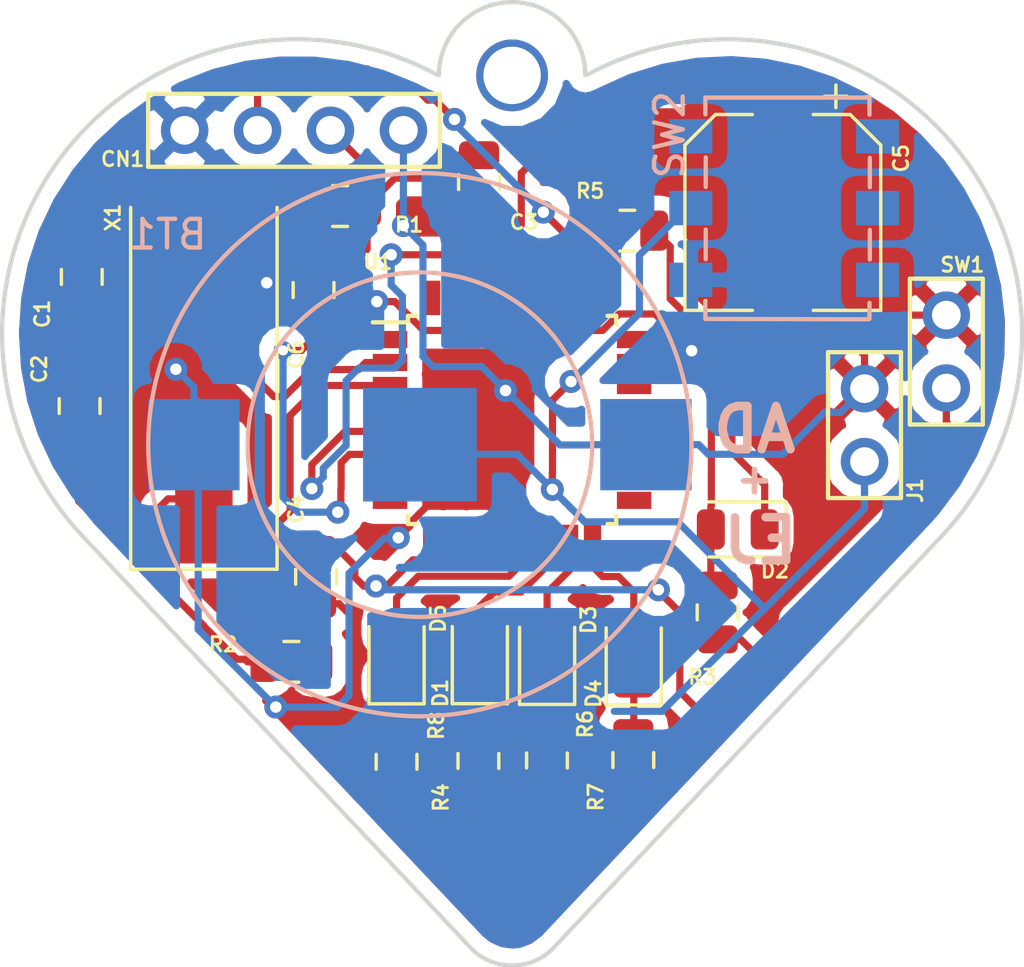
<source format=kicad_pcb>
(kicad_pcb (version 20171130) (host pcbnew "(5.0.2)-1")

  (general
    (thickness 1.6)
    (drawings 12)
    (tracks 327)
    (zones 0)
    (modules 27)
    (nets 45)
  )

  (page A4)
  (layers
    (0 F.Cu signal hide)
    (31 B.Cu signal hide)
    (32 B.Adhes user)
    (33 F.Adhes user)
    (34 B.Paste user hide)
    (35 F.Paste user hide)
    (36 B.SilkS user)
    (37 F.SilkS user)
    (38 B.Mask user hide)
    (39 F.Mask user hide)
    (40 Dwgs.User user)
    (41 Cmts.User user)
    (42 Eco1.User user)
    (43 Eco2.User user)
    (44 Edge.Cuts user)
    (45 Margin user)
    (46 B.CrtYd user)
    (47 F.CrtYd user)
    (48 B.Fab user)
    (49 F.Fab user hide)
  )

  (setup
    (last_trace_width 0.25)
    (trace_clearance 0.2)
    (zone_clearance 0.508)
    (zone_45_only no)
    (trace_min 0.2)
    (segment_width 0.2)
    (edge_width 0.15)
    (via_size 0.8)
    (via_drill 0.4)
    (via_min_size 0.25)
    (via_min_drill 0.3)
    (uvia_size 0.3)
    (uvia_drill 0.1)
    (uvias_allowed no)
    (uvia_min_size 0.1)
    (uvia_min_drill 0.1)
    (pcb_text_width 0.3)
    (pcb_text_size 1.5 1.5)
    (mod_edge_width 0.15)
    (mod_text_size 1 1)
    (mod_text_width 0.15)
    (pad_size 2.5 2.5)
    (pad_drill 2)
    (pad_to_mask_clearance 0.051)
    (solder_mask_min_width 0.25)
    (aux_axis_origin 0 0)
    (grid_origin -3.72872 -23.78964)
    (visible_elements 7FFFFFFF)
    (pcbplotparams
      (layerselection 0x010fc_ffffffff)
      (usegerberextensions false)
      (usegerberattributes false)
      (usegerberadvancedattributes false)
      (creategerberjobfile false)
      (excludeedgelayer true)
      (linewidth 0.100000)
      (plotframeref false)
      (viasonmask false)
      (mode 1)
      (useauxorigin false)
      (hpglpennumber 1)
      (hpglpenspeed 20)
      (hpglpendiameter 15.000000)
      (psnegative false)
      (psa4output false)
      (plotreference true)
      (plotvalue true)
      (plotinvisibletext false)
      (padsonsilk false)
      (subtractmaskfromsilk false)
      (outputformat 1)
      (mirror false)
      (drillshape 0)
      (scaleselection 1)
      (outputdirectory "gerbers/"))
  )

  (net 0 "")
  (net 1 VDD)
  (net 2 Earth)
  (net 3 /PS1)
  (net 4 /NRST)
  (net 5 /PB7)
  (net 6 "Net-(D4-Pad1)")
  (net 7 "Net-(D3-Pad1)")
  (net 8 /PD0)
  (net 9 "Net-(D2-Pad1)")
  (net 10 "Net-(C2-Pad2)")
  (net 11 /PA2)
  (net 12 "Net-(D1-Pad1)")
  (net 13 /PA1)
  (net 14 "Net-(C5-Pad1)")
  (net 15 "Net-(C6-Pad1)")
  (net 16 /PA3)
  (net 17 /PA4)
  (net 18 /PB6)
  (net 19 /PB5)
  (net 20 /PB4)
  (net 21 /PB3)
  (net 22 /PB2)
  (net 23 /PB1)
  (net 24 /PB0)
  (net 25 /PE5)
  (net 26 /PC1)
  (net 27 /PC2)
  (net 28 /PC3)
  (net 29 /PC4)
  (net 30 /PC5)
  (net 31 /PC6)
  (net 32 /PC7)
  (net 33 /PD2)
  (net 34 /PD3)
  (net 35 /PD4)
  (net 36 /PD5)
  (net 37 /PD6)
  (net 38 /PD7)
  (net 39 "Net-(D5-Pad1)")
  (net 40 /PWR_IN)
  (net 41 "Net-(SW2-Pad3)")
  (net 42 "Net-(SW2-Pad4)")
  (net 43 "Net-(SW2-Pad5)")
  (net 44 "Net-(SW2-Pad6)")

  (net_class Default "This is the default net class."
    (clearance 0.2)
    (trace_width 0.25)
    (via_dia 0.8)
    (via_drill 0.4)
    (uvia_dia 0.3)
    (uvia_drill 0.1)
    (add_net /NRST)
    (add_net /PA1)
    (add_net /PA2)
    (add_net /PA3)
    (add_net /PA4)
    (add_net /PB0)
    (add_net /PB1)
    (add_net /PB2)
    (add_net /PB3)
    (add_net /PB4)
    (add_net /PB5)
    (add_net /PB6)
    (add_net /PB7)
    (add_net /PC1)
    (add_net /PC2)
    (add_net /PC3)
    (add_net /PC4)
    (add_net /PC5)
    (add_net /PC6)
    (add_net /PC7)
    (add_net /PD0)
    (add_net /PD2)
    (add_net /PD3)
    (add_net /PD4)
    (add_net /PD5)
    (add_net /PD6)
    (add_net /PD7)
    (add_net /PE5)
    (add_net /PS1)
    (add_net /PWR_IN)
    (add_net Earth)
    (add_net "Net-(C2-Pad2)")
    (add_net "Net-(C5-Pad1)")
    (add_net "Net-(C6-Pad1)")
    (add_net "Net-(D1-Pad1)")
    (add_net "Net-(D2-Pad1)")
    (add_net "Net-(D3-Pad1)")
    (add_net "Net-(D4-Pad1)")
    (add_net "Net-(D5-Pad1)")
    (add_net "Net-(SW2-Pad3)")
    (add_net "Net-(SW2-Pad4)")
    (add_net "Net-(SW2-Pad5)")
    (add_net "Net-(SW2-Pad6)")
    (add_net VDD)
  )

  (module "my_footprints:SMD 12MM Coin Battery Retainer" (layer F.Cu) (tedit 5C4953F7) (tstamp 5C560065)
    (at -3.21056 -16.13916)
    (path /5C4514A9)
    (fp_text reference BT1 (at -8.78332 -7.32028) (layer B.SilkS)
      (effects (font (size 1 1) (thickness 0.15)) (justify mirror))
    )
    (fp_text value Battery_Cell (at -9.398 -10.42416) (layer F.Fab)
      (effects (font (size 1 1) (thickness 0.15)))
    )
    (fp_circle (center 0 0) (end 9.46 0) (layer B.SilkS) (width 0.15))
    (fp_circle (center 0 0) (end 6 0) (layer B.SilkS) (width 0.15))
    (pad 2 smd rect (at -7.87 0) (size 3.18 3.18) (layers B.Cu B.Paste B.Mask)
      (net 2 Earth))
    (pad 2 smd rect (at 7.87 0) (size 3.18 3.18) (layers B.Cu B.Paste B.Mask)
      (net 2 Earth))
    (pad 1 smd rect (at 0 0) (size 3.96 3.96) (layers B.Cu B.Paste B.Mask)
      (net 40 /PWR_IN))
  )

  (module "my_footprints:732-10145-1-ND DPDT Slide Switch" (layer F.Cu) (tedit 5C4952BD) (tstamp 5C55EDF6)
    (at 9.4742 -24.37892 90)
    (path /5C496CE6)
    (fp_text reference SW2 (at 2.55524 -3.9878 90) (layer B.SilkS)
      (effects (font (size 1 1) (thickness 0.15)))
    )
    (fp_text value DPDT_Switch (at -0.635 -5.08 90) (layer F.Fab)
      (effects (font (size 1 1) (thickness 0.15)))
    )
    (fp_line (start -3.8608 2.9718) (end -3.302 2.9718) (layer B.SilkS) (width 0.15))
    (fp_line (start -1.7907 2.9845) (end -0.762 2.9845) (layer B.SilkS) (width 0.15))
    (fp_line (start 0.7239 2.9845) (end 1.7526 2.9845) (layer B.SilkS) (width 0.15))
    (fp_line (start 3.8354 2.9718) (end 3.2512 2.9718) (layer B.SilkS) (width 0.15))
    (fp_line (start 3.8481 -2.7432) (end 3.2639 -2.7432) (layer B.SilkS) (width 0.15))
    (fp_line (start 0.7366 -2.7305) (end 1.7653 -2.7305) (layer B.SilkS) (width 0.15))
    (fp_line (start -1.778 -2.7305) (end -0.7493 -2.7305) (layer B.SilkS) (width 0.15))
    (fp_line (start -3.2893 -2.7432) (end -3.2385 -2.7432) (layer F.SilkS) (width 0.15))
    (fp_line (start -3.8481 -2.7432) (end -3.2893 -2.7432) (layer B.SilkS) (width 0.15))
    (fp_line (start 3.8608 2.8448) (end 3.8608 2.9718) (layer B.SilkS) (width 0.15))
    (fp_line (start 3.8481 -2.7432) (end 3.8481 2.8575) (layer B.SilkS) (width 0.15))
    (fp_line (start -3.8608 -2.7432) (end -3.8735 2.9337) (layer B.SilkS) (width 0.15))
    (pad 6 smd rect (at 2.5 3.25 90) (size 1.2 1.5) (layers B.Cu B.Paste B.Mask)
      (net 44 "Net-(SW2-Pad6)"))
    (pad 5 smd rect (at 0 3.25 90) (size 1.2 1.5) (layers B.Cu B.Paste B.Mask)
      (net 43 "Net-(SW2-Pad5)"))
    (pad 4 smd rect (at -2.5 3.25 90) (size 1.2 1.5) (layers B.Cu B.Paste B.Mask)
      (net 42 "Net-(SW2-Pad4)"))
    (pad 3 smd rect (at 2.5 -3.25 90) (size 1.2 1.5) (layers B.Cu B.Paste B.Mask)
      (net 41 "Net-(SW2-Pad3)"))
    (pad 2 smd rect (at 0 -3.25 90) (size 1.2 1.5) (layers B.Cu B.Paste B.Mask)
      (net 40 /PWR_IN))
    (pad 1 smd rect (at -2.5 -3.25 90) (size 1.2 1.5) (layers B.Cu B.Paste B.Mask)
      (net 1 VDD))
  )

  (module my_footprints:HEADER_2X1H (layer F.Cu) (tedit 5C482425) (tstamp 5C55EDE0)
    (at 12.27328 -15.54988 90)
    (path /5C4B5A42)
    (fp_text reference J1 (at -1.00584 1.76784 90) (layer F.SilkS)
      (effects (font (size 0.5 0.5) (thickness 0.1)))
    )
    (fp_text value HEADER_2X1H (at -1.27 -1.905 90) (layer F.Fab)
      (effects (font (size 1 1) (thickness 0.15)))
    )
    (fp_line (start 3.81 1.27) (end -1.27 1.27) (layer F.SilkS) (width 0.15))
    (fp_line (start 3.81 -1.27) (end 3.81 1.27) (layer F.SilkS) (width 0.15))
    (fp_line (start -1.27 -1.27) (end 3.81 -1.27) (layer F.SilkS) (width 0.15))
    (fp_line (start -1.27 1.27) (end -1.27 -1.27) (layer F.SilkS) (width 0.15))
    (pad 2 thru_hole circle (at 2.54 0 90) (size 1.65 1.65) (drill 1) (layers *.Cu *.Mask)
      (net 2 Earth))
    (pad 1 thru_hole circle (at 0 0 90) (size 1.65 1.65) (drill 1) (layers *.Cu *.Mask)
      (net 40 /PWR_IN))
  )

  (module LED_SMD:LED_0805_2012Metric (layer F.Cu) (tedit 5B36C52C) (tstamp 5CA74DF4)
    (at -4.02336 -8.79856 90)
    (descr "LED SMD 0805 (2012 Metric), square (rectangular) end terminal, IPC_7351 nominal, (Body size source: https://docs.google.com/spreadsheets/d/1BsfQQcO9C6DZCsRaXUlFlo91Tg2WpOkGARC1WS5S8t0/edit?usp=sharing), generated with kicad-footprint-generator")
    (tags diode)
    (path /5C58DF73)
    (attr smd)
    (fp_text reference D5 (at 1.28524 1.4478 90) (layer F.SilkS)
      (effects (font (size 0.5 0.5) (thickness 0.1)))
    )
    (fp_text value Green (at 0 1.65 90) (layer F.Fab)
      (effects (font (size 1 1) (thickness 0.15)))
    )
    (fp_text user %R (at 0 0 90) (layer F.Fab)
      (effects (font (size 0.5 0.5) (thickness 0.08)))
    )
    (fp_line (start 1.68 0.95) (end -1.68 0.95) (layer F.CrtYd) (width 0.05))
    (fp_line (start 1.68 -0.95) (end 1.68 0.95) (layer F.CrtYd) (width 0.05))
    (fp_line (start -1.68 -0.95) (end 1.68 -0.95) (layer F.CrtYd) (width 0.05))
    (fp_line (start -1.68 0.95) (end -1.68 -0.95) (layer F.CrtYd) (width 0.05))
    (fp_line (start -1.685 0.96) (end 1 0.96) (layer F.SilkS) (width 0.12))
    (fp_line (start -1.685 -0.96) (end -1.685 0.96) (layer F.SilkS) (width 0.12))
    (fp_line (start 1 -0.96) (end -1.685 -0.96) (layer F.SilkS) (width 0.12))
    (fp_line (start 1 0.6) (end 1 -0.6) (layer F.Fab) (width 0.1))
    (fp_line (start -1 0.6) (end 1 0.6) (layer F.Fab) (width 0.1))
    (fp_line (start -1 -0.3) (end -1 0.6) (layer F.Fab) (width 0.1))
    (fp_line (start -0.7 -0.6) (end -1 -0.3) (layer F.Fab) (width 0.1))
    (fp_line (start 1 -0.6) (end -0.7 -0.6) (layer F.Fab) (width 0.1))
    (pad 2 smd roundrect (at 0.9375 0 90) (size 0.975 1.4) (layers F.Cu F.Paste F.Mask) (roundrect_rratio 0.25)
      (net 21 /PB3))
    (pad 1 smd roundrect (at -0.9375 0 90) (size 0.975 1.4) (layers F.Cu F.Paste F.Mask) (roundrect_rratio 0.25)
      (net 39 "Net-(D5-Pad1)"))
    (model ${KISYS3DMOD}/LED_SMD.3dshapes/LED_0805_2012Metric.wrl
      (at (xyz 0 0 0))
      (scale (xyz 1 1 1))
      (rotate (xyz 0 0 0))
    )
  )

  (module Resistor_SMD:R_0805_2012Metric (layer F.Cu) (tedit 5B36C52B) (tstamp 5CA74D09)
    (at -4.02336 -5.09524 90)
    (descr "Resistor SMD 0805 (2012 Metric), square (rectangular) end terminal, IPC_7351 nominal, (Body size source: https://docs.google.com/spreadsheets/d/1BsfQQcO9C6DZCsRaXUlFlo91Tg2WpOkGARC1WS5S8t0/edit?usp=sharing), generated with kicad-footprint-generator")
    (tags resistor)
    (path /5C58DF7A)
    (attr smd)
    (fp_text reference R8 (at 1.25476 1.38176 90) (layer F.SilkS)
      (effects (font (size 0.5 0.5) (thickness 0.1)))
    )
    (fp_text value 510 (at 0 1.65 90) (layer F.Fab)
      (effects (font (size 1 1) (thickness 0.15)))
    )
    (fp_text user %R (at 0 0 90) (layer F.Fab)
      (effects (font (size 0.5 0.5) (thickness 0.08)))
    )
    (fp_line (start 1.68 0.95) (end -1.68 0.95) (layer F.CrtYd) (width 0.05))
    (fp_line (start 1.68 -0.95) (end 1.68 0.95) (layer F.CrtYd) (width 0.05))
    (fp_line (start -1.68 -0.95) (end 1.68 -0.95) (layer F.CrtYd) (width 0.05))
    (fp_line (start -1.68 0.95) (end -1.68 -0.95) (layer F.CrtYd) (width 0.05))
    (fp_line (start -0.258578 0.71) (end 0.258578 0.71) (layer F.SilkS) (width 0.12))
    (fp_line (start -0.258578 -0.71) (end 0.258578 -0.71) (layer F.SilkS) (width 0.12))
    (fp_line (start 1 0.6) (end -1 0.6) (layer F.Fab) (width 0.1))
    (fp_line (start 1 -0.6) (end 1 0.6) (layer F.Fab) (width 0.1))
    (fp_line (start -1 -0.6) (end 1 -0.6) (layer F.Fab) (width 0.1))
    (fp_line (start -1 0.6) (end -1 -0.6) (layer F.Fab) (width 0.1))
    (pad 2 smd roundrect (at 0.9375 0 90) (size 0.975 1.4) (layers F.Cu F.Paste F.Mask) (roundrect_rratio 0.25)
      (net 39 "Net-(D5-Pad1)"))
    (pad 1 smd roundrect (at -0.9375 0 90) (size 0.975 1.4) (layers F.Cu F.Paste F.Mask) (roundrect_rratio 0.25)
      (net 2 Earth))
    (model ${KISYS3DMOD}/Resistor_SMD.3dshapes/R_0805_2012Metric.wrl
      (at (xyz 0 0 0))
      (scale (xyz 1 1 1))
      (rotate (xyz 0 0 0))
    )
  )

  (module my_footprints:keychain_hole (layer F.Cu) (tedit 5C4556A3) (tstamp 5CA74BE0)
    (at 0 -29)
    (path /5C59D0CE)
    (fp_text reference MH1 (at 2.93624 0.89236) (layer F.SilkS) hide
      (effects (font (size 1 1) (thickness 0.15)))
    )
    (fp_text value MountingHole (at 0 -0.5) (layer F.Fab) hide
      (effects (font (size 1 1) (thickness 0.15)))
    )
    (pad "" np_thru_hole circle (at 0 0) (size 2.5 2.5) (drill 2) (layers *.Cu *.Mask))
  )

  (module Crystal:Crystal_SMD_HC49-SD (layer F.Cu) (tedit 5A1AD52C) (tstamp 5C9B14AB)
    (at -10.73404 -18.50136 90)
    (descr "SMD Crystal HC-49-SD http://cdn-reichelt.de/documents/datenblatt/B400/xxx-HC49-SMD.pdf, 11.4x4.7mm^2 package")
    (tags "SMD SMT crystal")
    (path /5C481433)
    (attr smd)
    (fp_text reference X1 (at 5.55244 -3.16992 90) (layer F.SilkS)
      (effects (font (size 0.5 0.5) (thickness 0.1)))
    )
    (fp_text value 16MHz (at 0 3.55 90) (layer F.Fab)
      (effects (font (size 1 1) (thickness 0.15)))
    )
    (fp_arc (start 3.015 0) (end 3.015 -2.115) (angle 180) (layer F.Fab) (width 0.1))
    (fp_arc (start -3.015 0) (end -3.015 -2.115) (angle -180) (layer F.Fab) (width 0.1))
    (fp_line (start 6.8 -2.6) (end -6.8 -2.6) (layer F.CrtYd) (width 0.05))
    (fp_line (start 6.8 2.6) (end 6.8 -2.6) (layer F.CrtYd) (width 0.05))
    (fp_line (start -6.8 2.6) (end 6.8 2.6) (layer F.CrtYd) (width 0.05))
    (fp_line (start -6.8 -2.6) (end -6.8 2.6) (layer F.CrtYd) (width 0.05))
    (fp_line (start -6.7 2.55) (end 5.9 2.55) (layer F.SilkS) (width 0.12))
    (fp_line (start -6.7 -2.55) (end -6.7 2.55) (layer F.SilkS) (width 0.12))
    (fp_line (start 5.9 -2.55) (end -6.7 -2.55) (layer F.SilkS) (width 0.12))
    (fp_line (start -3.015 2.115) (end 3.015 2.115) (layer F.Fab) (width 0.1))
    (fp_line (start -3.015 -2.115) (end 3.015 -2.115) (layer F.Fab) (width 0.1))
    (fp_line (start 5.7 -2.35) (end -5.7 -2.35) (layer F.Fab) (width 0.1))
    (fp_line (start 5.7 2.35) (end 5.7 -2.35) (layer F.Fab) (width 0.1))
    (fp_line (start -5.7 2.35) (end 5.7 2.35) (layer F.Fab) (width 0.1))
    (fp_line (start -5.7 -2.35) (end -5.7 2.35) (layer F.Fab) (width 0.1))
    (fp_text user %R (at 0 0 90) (layer F.Fab)
      (effects (font (size 1 1) (thickness 0.15)))
    )
    (pad 2 smd rect (at 4.25 0 90) (size 4.5 2) (layers F.Cu F.Paste F.Mask)
      (net 13 /PA1))
    (pad 1 smd rect (at -4.25 0 90) (size 4.5 2) (layers F.Cu F.Paste F.Mask)
      (net 10 "Net-(C2-Pad2)"))
    (model ${KISYS3DMOD}/Crystal.3dshapes/Crystal_SMD_HC49-SD.wrl
      (at (xyz 0 0 0))
      (scale (xyz 1 1 1))
      (rotate (xyz 0 0 0))
    )
  )

  (module my_footprints:HEADER_2X1H (layer F.Cu) (tedit 5C482425) (tstamp 5C8ECD76)
    (at 15.12316 -18.1102 90)
    (path /5C48534E)
    (fp_text reference SW1 (at 4.2926 0.5588 180) (layer F.SilkS)
      (effects (font (size 0.5 0.5) (thickness 0.1)))
    )
    (fp_text value SW_Push (at -1.27 -1.905 90) (layer F.Fab)
      (effects (font (size 1 1) (thickness 0.15)))
    )
    (fp_line (start 3.81 1.27) (end -1.27 1.27) (layer F.SilkS) (width 0.15))
    (fp_line (start 3.81 -1.27) (end 3.81 1.27) (layer F.SilkS) (width 0.15))
    (fp_line (start -1.27 -1.27) (end 3.81 -1.27) (layer F.SilkS) (width 0.15))
    (fp_line (start -1.27 1.27) (end -1.27 -1.27) (layer F.SilkS) (width 0.15))
    (pad 2 thru_hole circle (at 2.54 0 90) (size 1.65 1.65) (drill 1) (layers *.Cu *.Mask)
      (net 2 Earth))
    (pad 1 thru_hole circle (at 0 0 90) (size 1.65 1.65) (drill 1) (layers *.Cu *.Mask)
      (net 5 /PB7))
  )

  (module Package_QFP:LQFP-32_7x7mm_P0.8mm (layer F.Cu) (tedit 5A02F146) (tstamp 5C829CB1)
    (at 0 -17)
    (descr "LQFP32: plastic low profile quad flat package; 32 leads; body 7 x 7 x 1.4 mm (see NXP sot358-1_po.pdf and sot358-1_fr.pdf)")
    (tags "QFP 0.8")
    (path /5C48B0DA)
    (attr smd)
    (fp_text reference U1 (at -4.67868 -5.49932) (layer F.SilkS)
      (effects (font (size 0.5 0.5) (thickness 0.1)))
    )
    (fp_text value STM8S00SKST6C (at 0 5.85) (layer F.Fab)
      (effects (font (size 1 1) (thickness 0.15)))
    )
    (fp_line (start -3.625 -3.4) (end -4.85 -3.4) (layer F.SilkS) (width 0.15))
    (fp_line (start 3.625 -3.625) (end 3.325 -3.625) (layer F.SilkS) (width 0.15))
    (fp_line (start 3.625 3.625) (end 3.325 3.625) (layer F.SilkS) (width 0.15))
    (fp_line (start -3.625 3.625) (end -3.325 3.625) (layer F.SilkS) (width 0.15))
    (fp_line (start -3.625 -3.625) (end -3.325 -3.625) (layer F.SilkS) (width 0.15))
    (fp_line (start -3.625 3.625) (end -3.625 3.325) (layer F.SilkS) (width 0.15))
    (fp_line (start 3.625 3.625) (end 3.625 3.325) (layer F.SilkS) (width 0.15))
    (fp_line (start 3.625 -3.625) (end 3.625 -3.325) (layer F.SilkS) (width 0.15))
    (fp_line (start -3.625 -3.625) (end -3.625 -3.4) (layer F.SilkS) (width 0.15))
    (fp_line (start -5.1 5.1) (end 5.1 5.1) (layer F.CrtYd) (width 0.05))
    (fp_line (start -5.1 -5.1) (end 5.1 -5.1) (layer F.CrtYd) (width 0.05))
    (fp_line (start 5.1 -5.1) (end 5.1 5.1) (layer F.CrtYd) (width 0.05))
    (fp_line (start -5.1 -5.1) (end -5.1 5.1) (layer F.CrtYd) (width 0.05))
    (fp_line (start -3.5 -2.5) (end -2.5 -3.5) (layer F.Fab) (width 0.15))
    (fp_line (start -3.5 3.5) (end -3.5 -2.5) (layer F.Fab) (width 0.15))
    (fp_line (start 3.5 3.5) (end -3.5 3.5) (layer F.Fab) (width 0.15))
    (fp_line (start 3.5 -3.5) (end 3.5 3.5) (layer F.Fab) (width 0.15))
    (fp_line (start -2.5 -3.5) (end 3.5 -3.5) (layer F.Fab) (width 0.15))
    (fp_text user %R (at 0 0) (layer F.Fab)
      (effects (font (size 1 1) (thickness 0.15)))
    )
    (pad 32 smd rect (at -2.8 -4.25 90) (size 1.2 0.6) (layers F.Cu F.Paste F.Mask)
      (net 38 /PD7))
    (pad 31 smd rect (at -2 -4.25 90) (size 1.2 0.6) (layers F.Cu F.Paste F.Mask)
      (net 37 /PD6))
    (pad 30 smd rect (at -1.2 -4.25 90) (size 1.2 0.6) (layers F.Cu F.Paste F.Mask)
      (net 36 /PD5))
    (pad 29 smd rect (at -0.4 -4.25 90) (size 1.2 0.6) (layers F.Cu F.Paste F.Mask)
      (net 35 /PD4))
    (pad 28 smd rect (at 0.4 -4.25 90) (size 1.2 0.6) (layers F.Cu F.Paste F.Mask)
      (net 34 /PD3))
    (pad 27 smd rect (at 1.2 -4.25 90) (size 1.2 0.6) (layers F.Cu F.Paste F.Mask)
      (net 33 /PD2))
    (pad 26 smd rect (at 2 -4.25 90) (size 1.2 0.6) (layers F.Cu F.Paste F.Mask)
      (net 3 /PS1))
    (pad 25 smd rect (at 2.8 -4.25 90) (size 1.2 0.6) (layers F.Cu F.Paste F.Mask)
      (net 8 /PD0))
    (pad 24 smd rect (at 4.25 -2.8) (size 1.2 0.6) (layers F.Cu F.Paste F.Mask)
      (net 32 /PC7))
    (pad 23 smd rect (at 4.25 -2) (size 1.2 0.6) (layers F.Cu F.Paste F.Mask)
      (net 31 /PC6))
    (pad 22 smd rect (at 4.25 -1.2) (size 1.2 0.6) (layers F.Cu F.Paste F.Mask)
      (net 30 /PC5))
    (pad 21 smd rect (at 4.25 -0.4) (size 1.2 0.6) (layers F.Cu F.Paste F.Mask)
      (net 29 /PC4))
    (pad 20 smd rect (at 4.25 0.4) (size 1.2 0.6) (layers F.Cu F.Paste F.Mask)
      (net 28 /PC3))
    (pad 19 smd rect (at 4.25 1.2) (size 1.2 0.6) (layers F.Cu F.Paste F.Mask)
      (net 27 /PC2))
    (pad 18 smd rect (at 4.25 2) (size 1.2 0.6) (layers F.Cu F.Paste F.Mask)
      (net 26 /PC1))
    (pad 17 smd rect (at 4.25 2.8) (size 1.2 0.6) (layers F.Cu F.Paste F.Mask)
      (net 25 /PE5))
    (pad 16 smd rect (at 2.8 4.25 90) (size 1.2 0.6) (layers F.Cu F.Paste F.Mask)
      (net 24 /PB0))
    (pad 15 smd rect (at 2 4.25 90) (size 1.2 0.6) (layers F.Cu F.Paste F.Mask)
      (net 23 /PB1))
    (pad 14 smd rect (at 1.2 4.25 90) (size 1.2 0.6) (layers F.Cu F.Paste F.Mask)
      (net 22 /PB2))
    (pad 13 smd rect (at 0.4 4.25 90) (size 1.2 0.6) (layers F.Cu F.Paste F.Mask)
      (net 21 /PB3))
    (pad 12 smd rect (at -0.4 4.25 90) (size 1.2 0.6) (layers F.Cu F.Paste F.Mask)
      (net 20 /PB4))
    (pad 11 smd rect (at -1.2 4.25 90) (size 1.2 0.6) (layers F.Cu F.Paste F.Mask)
      (net 19 /PB5))
    (pad 10 smd rect (at -2 4.25 90) (size 1.2 0.6) (layers F.Cu F.Paste F.Mask)
      (net 18 /PB6))
    (pad 9 smd rect (at -2.8 4.25 90) (size 1.2 0.6) (layers F.Cu F.Paste F.Mask)
      (net 5 /PB7))
    (pad 8 smd rect (at -4.25 2.8) (size 1.2 0.6) (layers F.Cu F.Paste F.Mask)
      (net 17 /PA4))
    (pad 7 smd rect (at -4.25 2) (size 1.2 0.6) (layers F.Cu F.Paste F.Mask)
      (net 16 /PA3))
    (pad 6 smd rect (at -4.25 1.2) (size 1.2 0.6) (layers F.Cu F.Paste F.Mask)
      (net 15 "Net-(C6-Pad1)"))
    (pad 5 smd rect (at -4.25 0.4) (size 1.2 0.6) (layers F.Cu F.Paste F.Mask)
      (net 14 "Net-(C5-Pad1)"))
    (pad 4 smd rect (at -4.25 -0.4) (size 1.2 0.6) (layers F.Cu F.Paste F.Mask)
      (net 2 Earth))
    (pad 3 smd rect (at -4.25 -1.2) (size 1.2 0.6) (layers F.Cu F.Paste F.Mask)
      (net 11 /PA2))
    (pad 2 smd rect (at -4.25 -2) (size 1.2 0.6) (layers F.Cu F.Paste F.Mask)
      (net 13 /PA1))
    (pad 1 smd rect (at -4.25 -2.8) (size 1.2 0.6) (layers F.Cu F.Paste F.Mask)
      (net 4 /NRST))
    (model ${KISYS3DMOD}/Package_QFP.3dshapes/LQFP-32_7x7mm_P0.8mm.wrl
      (at (xyz 0 0 0))
      (scale (xyz 1 1 1))
      (rotate (xyz 0 0 0))
    )
  )

  (module Capacitor_SMD:CP_Elec_6.3x5.9 (layer F.Cu) (tedit 5BCA39D0) (tstamp 5C829012)
    (at 9.42848 -24.22652 270)
    (descr "SMD capacitor, aluminum electrolytic, Panasonic C6, 6.3x5.9mm")
    (tags "capacitor electrolytic")
    (path /5C48C012)
    (attr smd)
    (fp_text reference C5 (at -1.88468 -4.11988 270) (layer F.SilkS)
      (effects (font (size 0.5 0.5) (thickness 0.1)))
    )
    (fp_text value 680nF (at 0 4.35 270) (layer F.Fab)
      (effects (font (size 1 1) (thickness 0.15)))
    )
    (fp_text user %R (at 0 0 270) (layer F.Fab)
      (effects (font (size 1 1) (thickness 0.15)))
    )
    (fp_line (start -4.8 1.05) (end -3.55 1.05) (layer F.CrtYd) (width 0.05))
    (fp_line (start -4.8 -1.05) (end -4.8 1.05) (layer F.CrtYd) (width 0.05))
    (fp_line (start -3.55 -1.05) (end -4.8 -1.05) (layer F.CrtYd) (width 0.05))
    (fp_line (start -3.55 1.05) (end -3.55 2.4) (layer F.CrtYd) (width 0.05))
    (fp_line (start -3.55 -2.4) (end -3.55 -1.05) (layer F.CrtYd) (width 0.05))
    (fp_line (start -3.55 -2.4) (end -2.4 -3.55) (layer F.CrtYd) (width 0.05))
    (fp_line (start -3.55 2.4) (end -2.4 3.55) (layer F.CrtYd) (width 0.05))
    (fp_line (start -2.4 -3.55) (end 3.55 -3.55) (layer F.CrtYd) (width 0.05))
    (fp_line (start -2.4 3.55) (end 3.55 3.55) (layer F.CrtYd) (width 0.05))
    (fp_line (start 3.55 1.05) (end 3.55 3.55) (layer F.CrtYd) (width 0.05))
    (fp_line (start 4.8 1.05) (end 3.55 1.05) (layer F.CrtYd) (width 0.05))
    (fp_line (start 4.8 -1.05) (end 4.8 1.05) (layer F.CrtYd) (width 0.05))
    (fp_line (start 3.55 -1.05) (end 4.8 -1.05) (layer F.CrtYd) (width 0.05))
    (fp_line (start 3.55 -3.55) (end 3.55 -1.05) (layer F.CrtYd) (width 0.05))
    (fp_line (start -4.04375 -2.24125) (end -4.04375 -1.45375) (layer F.SilkS) (width 0.12))
    (fp_line (start -4.4375 -1.8475) (end -3.65 -1.8475) (layer F.SilkS) (width 0.12))
    (fp_line (start -3.41 2.345563) (end -2.345563 3.41) (layer F.SilkS) (width 0.12))
    (fp_line (start -3.41 -2.345563) (end -2.345563 -3.41) (layer F.SilkS) (width 0.12))
    (fp_line (start -3.41 -2.345563) (end -3.41 -1.06) (layer F.SilkS) (width 0.12))
    (fp_line (start -3.41 2.345563) (end -3.41 1.06) (layer F.SilkS) (width 0.12))
    (fp_line (start -2.345563 3.41) (end 3.41 3.41) (layer F.SilkS) (width 0.12))
    (fp_line (start -2.345563 -3.41) (end 3.41 -3.41) (layer F.SilkS) (width 0.12))
    (fp_line (start 3.41 -3.41) (end 3.41 -1.06) (layer F.SilkS) (width 0.12))
    (fp_line (start 3.41 3.41) (end 3.41 1.06) (layer F.SilkS) (width 0.12))
    (fp_line (start -2.389838 -1.645) (end -2.389838 -1.015) (layer F.Fab) (width 0.1))
    (fp_line (start -2.704838 -1.33) (end -2.074838 -1.33) (layer F.Fab) (width 0.1))
    (fp_line (start -3.3 2.3) (end -2.3 3.3) (layer F.Fab) (width 0.1))
    (fp_line (start -3.3 -2.3) (end -2.3 -3.3) (layer F.Fab) (width 0.1))
    (fp_line (start -3.3 -2.3) (end -3.3 2.3) (layer F.Fab) (width 0.1))
    (fp_line (start -2.3 3.3) (end 3.3 3.3) (layer F.Fab) (width 0.1))
    (fp_line (start -2.3 -3.3) (end 3.3 -3.3) (layer F.Fab) (width 0.1))
    (fp_line (start 3.3 -3.3) (end 3.3 3.3) (layer F.Fab) (width 0.1))
    (fp_circle (center 0 0) (end 3.15 0) (layer F.Fab) (width 0.1))
    (pad 2 smd roundrect (at 2.8 0 270) (size 3.5 1.6) (layers F.Cu F.Paste F.Mask) (roundrect_rratio 0.15625)
      (net 2 Earth))
    (pad 1 smd roundrect (at -2.8 0 270) (size 3.5 1.6) (layers F.Cu F.Paste F.Mask) (roundrect_rratio 0.15625)
      (net 14 "Net-(C5-Pad1)"))
    (model ${KISYS3DMOD}/Capacitor_SMD.3dshapes/CP_Elec_6.3x5.9.wrl
      (at (xyz 0 0 0))
      (scale (xyz 1 1 1))
      (rotate (xyz 0 0 0))
    )
  )

  (module Capacitor_SMD:C_0805_2012Metric (layer F.Cu) (tedit 5B36C52B) (tstamp 5C829DF2)
    (at -14.986 -21.98116 90)
    (descr "Capacitor SMD 0805 (2012 Metric), square (rectangular) end terminal, IPC_7351 nominal, (Body size source: https://docs.google.com/spreadsheets/d/1BsfQQcO9C6DZCsRaXUlFlo91Tg2WpOkGARC1WS5S8t0/edit?usp=sharing), generated with kicad-footprint-generator")
    (tags capacitor)
    (path /5C481558)
    (attr smd)
    (fp_text reference C1 (at -1.29032 -1.37668 90) (layer F.SilkS)
      (effects (font (size 0.5 0.5) (thickness 0.1)))
    )
    (fp_text value 20pF (at 0 1.65 90) (layer F.Fab)
      (effects (font (size 1 1) (thickness 0.15)))
    )
    (fp_text user %R (at 0 0 90) (layer F.Fab)
      (effects (font (size 0.5 0.5) (thickness 0.08)))
    )
    (fp_line (start 1.68 0.95) (end -1.68 0.95) (layer F.CrtYd) (width 0.05))
    (fp_line (start 1.68 -0.95) (end 1.68 0.95) (layer F.CrtYd) (width 0.05))
    (fp_line (start -1.68 -0.95) (end 1.68 -0.95) (layer F.CrtYd) (width 0.05))
    (fp_line (start -1.68 0.95) (end -1.68 -0.95) (layer F.CrtYd) (width 0.05))
    (fp_line (start -0.258578 0.71) (end 0.258578 0.71) (layer F.SilkS) (width 0.12))
    (fp_line (start -0.258578 -0.71) (end 0.258578 -0.71) (layer F.SilkS) (width 0.12))
    (fp_line (start 1 0.6) (end -1 0.6) (layer F.Fab) (width 0.1))
    (fp_line (start 1 -0.6) (end 1 0.6) (layer F.Fab) (width 0.1))
    (fp_line (start -1 -0.6) (end 1 -0.6) (layer F.Fab) (width 0.1))
    (fp_line (start -1 0.6) (end -1 -0.6) (layer F.Fab) (width 0.1))
    (pad 2 smd roundrect (at 0.9375 0 90) (size 0.975 1.4) (layers F.Cu F.Paste F.Mask) (roundrect_rratio 0.25)
      (net 13 /PA1))
    (pad 1 smd roundrect (at -0.9375 0 90) (size 0.975 1.4) (layers F.Cu F.Paste F.Mask) (roundrect_rratio 0.25)
      (net 2 Earth))
    (model ${KISYS3DMOD}/Capacitor_SMD.3dshapes/C_0805_2012Metric.wrl
      (at (xyz 0 0 0))
      (scale (xyz 1 1 1))
      (rotate (xyz 0 0 0))
    )
  )

  (module Capacitor_SMD:C_0805_2012Metric (layer F.Cu) (tedit 5B36C52B) (tstamp 5C828FDA)
    (at -15.0622 -17.48536 270)
    (descr "Capacitor SMD 0805 (2012 Metric), square (rectangular) end terminal, IPC_7351 nominal, (Body size source: https://docs.google.com/spreadsheets/d/1BsfQQcO9C6DZCsRaXUlFlo91Tg2WpOkGARC1WS5S8t0/edit?usp=sharing), generated with kicad-footprint-generator")
    (tags capacitor)
    (path /5C4816CF)
    (attr smd)
    (fp_text reference C2 (at -1.28524 1.40208 270) (layer F.SilkS)
      (effects (font (size 0.5 0.5) (thickness 0.1)))
    )
    (fp_text value 20pF (at 0 1.65 270) (layer F.Fab)
      (effects (font (size 1 1) (thickness 0.15)))
    )
    (fp_text user %R (at 0 0 270) (layer F.Fab)
      (effects (font (size 0.5 0.5) (thickness 0.08)))
    )
    (fp_line (start 1.68 0.95) (end -1.68 0.95) (layer F.CrtYd) (width 0.05))
    (fp_line (start 1.68 -0.95) (end 1.68 0.95) (layer F.CrtYd) (width 0.05))
    (fp_line (start -1.68 -0.95) (end 1.68 -0.95) (layer F.CrtYd) (width 0.05))
    (fp_line (start -1.68 0.95) (end -1.68 -0.95) (layer F.CrtYd) (width 0.05))
    (fp_line (start -0.258578 0.71) (end 0.258578 0.71) (layer F.SilkS) (width 0.12))
    (fp_line (start -0.258578 -0.71) (end 0.258578 -0.71) (layer F.SilkS) (width 0.12))
    (fp_line (start 1 0.6) (end -1 0.6) (layer F.Fab) (width 0.1))
    (fp_line (start 1 -0.6) (end 1 0.6) (layer F.Fab) (width 0.1))
    (fp_line (start -1 -0.6) (end 1 -0.6) (layer F.Fab) (width 0.1))
    (fp_line (start -1 0.6) (end -1 -0.6) (layer F.Fab) (width 0.1))
    (pad 2 smd roundrect (at 0.9375 0 270) (size 0.975 1.4) (layers F.Cu F.Paste F.Mask) (roundrect_rratio 0.25)
      (net 10 "Net-(C2-Pad2)"))
    (pad 1 smd roundrect (at -0.9375 0 270) (size 0.975 1.4) (layers F.Cu F.Paste F.Mask) (roundrect_rratio 0.25)
      (net 2 Earth))
    (model ${KISYS3DMOD}/Capacitor_SMD.3dshapes/C_0805_2012Metric.wrl
      (at (xyz 0 0 0))
      (scale (xyz 1 1 1))
      (rotate (xyz 0 0 0))
    )
  )

  (module Capacitor_SMD:C_0805_2012Metric (layer F.Cu) (tedit 5B36C52B) (tstamp 5C828FC9)
    (at -1.15316 -25.28316 270)
    (descr "Capacitor SMD 0805 (2012 Metric), square (rectangular) end terminal, IPC_7351 nominal, (Body size source: https://docs.google.com/spreadsheets/d/1BsfQQcO9C6DZCsRaXUlFlo91Tg2WpOkGARC1WS5S8t0/edit?usp=sharing), generated with kicad-footprint-generator")
    (tags capacitor)
    (path /5C482170)
    (attr smd)
    (fp_text reference C3 (at 1.397 -1.56464) (layer F.SilkS)
      (effects (font (size 0.5 0.5) (thickness 0.1)))
    )
    (fp_text value 10nF (at 0 1.65 270) (layer F.Fab)
      (effects (font (size 1 1) (thickness 0.15)))
    )
    (fp_text user %R (at 0 0 270) (layer F.Fab)
      (effects (font (size 0.5 0.5) (thickness 0.08)))
    )
    (fp_line (start 1.68 0.95) (end -1.68 0.95) (layer F.CrtYd) (width 0.05))
    (fp_line (start 1.68 -0.95) (end 1.68 0.95) (layer F.CrtYd) (width 0.05))
    (fp_line (start -1.68 -0.95) (end 1.68 -0.95) (layer F.CrtYd) (width 0.05))
    (fp_line (start -1.68 0.95) (end -1.68 -0.95) (layer F.CrtYd) (width 0.05))
    (fp_line (start -0.258578 0.71) (end 0.258578 0.71) (layer F.SilkS) (width 0.12))
    (fp_line (start -0.258578 -0.71) (end 0.258578 -0.71) (layer F.SilkS) (width 0.12))
    (fp_line (start 1 0.6) (end -1 0.6) (layer F.Fab) (width 0.1))
    (fp_line (start 1 -0.6) (end 1 0.6) (layer F.Fab) (width 0.1))
    (fp_line (start -1 -0.6) (end 1 -0.6) (layer F.Fab) (width 0.1))
    (fp_line (start -1 0.6) (end -1 -0.6) (layer F.Fab) (width 0.1))
    (pad 2 smd roundrect (at 0.9375 0 270) (size 0.975 1.4) (layers F.Cu F.Paste F.Mask) (roundrect_rratio 0.25)
      (net 2 Earth))
    (pad 1 smd roundrect (at -0.9375 0 270) (size 0.975 1.4) (layers F.Cu F.Paste F.Mask) (roundrect_rratio 0.25)
      (net 4 /NRST))
    (model ${KISYS3DMOD}/Capacitor_SMD.3dshapes/C_0805_2012Metric.wrl
      (at (xyz 0 0 0))
      (scale (xyz 1 1 1))
      (rotate (xyz 0 0 0))
    )
  )

  (module Capacitor_SMD:C_0805_2012Metric (layer F.Cu) (tedit 5B36C52B) (tstamp 5C828FB8)
    (at -6.82752 -11.53668 270)
    (descr "Capacitor SMD 0805 (2012 Metric), square (rectangular) end terminal, IPC_7351 nominal, (Body size source: https://docs.google.com/spreadsheets/d/1BsfQQcO9C6DZCsRaXUlFlo91Tg2WpOkGARC1WS5S8t0/edit?usp=sharing), generated with kicad-footprint-generator")
    (tags capacitor)
    (path /5C486CA1)
    (attr smd)
    (fp_text reference C4 (at -2.35204 0.69596 270) (layer F.SilkS)
      (effects (font (size 0.5 0.5) (thickness 0.1)))
    )
    (fp_text value 100nF (at 0 1.65 270) (layer F.Fab)
      (effects (font (size 1 1) (thickness 0.15)))
    )
    (fp_text user %R (at 0 0 270) (layer F.Fab)
      (effects (font (size 0.5 0.5) (thickness 0.08)))
    )
    (fp_line (start 1.68 0.95) (end -1.68 0.95) (layer F.CrtYd) (width 0.05))
    (fp_line (start 1.68 -0.95) (end 1.68 0.95) (layer F.CrtYd) (width 0.05))
    (fp_line (start -1.68 -0.95) (end 1.68 -0.95) (layer F.CrtYd) (width 0.05))
    (fp_line (start -1.68 0.95) (end -1.68 -0.95) (layer F.CrtYd) (width 0.05))
    (fp_line (start -0.258578 0.71) (end 0.258578 0.71) (layer F.SilkS) (width 0.12))
    (fp_line (start -0.258578 -0.71) (end 0.258578 -0.71) (layer F.SilkS) (width 0.12))
    (fp_line (start 1 0.6) (end -1 0.6) (layer F.Fab) (width 0.1))
    (fp_line (start 1 -0.6) (end 1 0.6) (layer F.Fab) (width 0.1))
    (fp_line (start -1 -0.6) (end 1 -0.6) (layer F.Fab) (width 0.1))
    (fp_line (start -1 0.6) (end -1 -0.6) (layer F.Fab) (width 0.1))
    (pad 2 smd roundrect (at 0.9375 0 270) (size 0.975 1.4) (layers F.Cu F.Paste F.Mask) (roundrect_rratio 0.25)
      (net 2 Earth))
    (pad 1 smd roundrect (at -0.9375 0 270) (size 0.975 1.4) (layers F.Cu F.Paste F.Mask) (roundrect_rratio 0.25)
      (net 5 /PB7))
    (model ${KISYS3DMOD}/Capacitor_SMD.3dshapes/C_0805_2012Metric.wrl
      (at (xyz 0 0 0))
      (scale (xyz 1 1 1))
      (rotate (xyz 0 0 0))
    )
  )

  (module Capacitor_SMD:C_0805_2012Metric (layer F.Cu) (tedit 5B36C52B) (tstamp 5C828FA7)
    (at -6.91388 -21.52396 90)
    (descr "Capacitor SMD 0805 (2012 Metric), square (rectangular) end terminal, IPC_7351 nominal, (Body size source: https://docs.google.com/spreadsheets/d/1BsfQQcO9C6DZCsRaXUlFlo91Tg2WpOkGARC1WS5S8t0/edit?usp=sharing), generated with kicad-footprint-generator")
    (tags capacitor)
    (path /5C581967)
    (attr smd)
    (fp_text reference C6 (at -2.2606 -0.60452 90) (layer F.SilkS)
      (effects (font (size 0.5 0.5) (thickness 0.1)))
    )
    (fp_text value 100nF (at 0 1.65 90) (layer F.Fab)
      (effects (font (size 1 1) (thickness 0.15)))
    )
    (fp_text user %R (at 0 0 90) (layer F.Fab)
      (effects (font (size 0.5 0.5) (thickness 0.08)))
    )
    (fp_line (start 1.68 0.95) (end -1.68 0.95) (layer F.CrtYd) (width 0.05))
    (fp_line (start 1.68 -0.95) (end 1.68 0.95) (layer F.CrtYd) (width 0.05))
    (fp_line (start -1.68 -0.95) (end 1.68 -0.95) (layer F.CrtYd) (width 0.05))
    (fp_line (start -1.68 0.95) (end -1.68 -0.95) (layer F.CrtYd) (width 0.05))
    (fp_line (start -0.258578 0.71) (end 0.258578 0.71) (layer F.SilkS) (width 0.12))
    (fp_line (start -0.258578 -0.71) (end 0.258578 -0.71) (layer F.SilkS) (width 0.12))
    (fp_line (start 1 0.6) (end -1 0.6) (layer F.Fab) (width 0.1))
    (fp_line (start 1 -0.6) (end 1 0.6) (layer F.Fab) (width 0.1))
    (fp_line (start -1 -0.6) (end 1 -0.6) (layer F.Fab) (width 0.1))
    (fp_line (start -1 0.6) (end -1 -0.6) (layer F.Fab) (width 0.1))
    (pad 2 smd roundrect (at 0.9375 0 90) (size 0.975 1.4) (layers F.Cu F.Paste F.Mask) (roundrect_rratio 0.25)
      (net 1 VDD))
    (pad 1 smd roundrect (at -0.9375 0 90) (size 0.975 1.4) (layers F.Cu F.Paste F.Mask) (roundrect_rratio 0.25)
      (net 15 "Net-(C6-Pad1)"))
    (model ${KISYS3DMOD}/Capacitor_SMD.3dshapes/C_0805_2012Metric.wrl
      (at (xyz 0 0 0))
      (scale (xyz 1 1 1))
      (rotate (xyz 0 0 0))
    )
  )

  (module LED_SMD:LED_0805_2012Metric (layer F.Cu) (tedit 5B36C52C) (tstamp 5C828F7F)
    (at 4.23672 -8.75792 90)
    (descr "LED SMD 0805 (2012 Metric), square (rectangular) end terminal, IPC_7351 nominal, (Body size source: https://docs.google.com/spreadsheets/d/1BsfQQcO9C6DZCsRaXUlFlo91Tg2WpOkGARC1WS5S8t0/edit?usp=sharing), generated with kicad-footprint-generator")
    (tags diode)
    (path /5C50C7EE)
    (attr smd)
    (fp_text reference D4 (at -1.29032 -1.397 270) (layer F.SilkS)
      (effects (font (size 0.5 0.5) (thickness 0.1)))
    )
    (fp_text value Red (at 0 1.65 90) (layer F.Fab)
      (effects (font (size 1 1) (thickness 0.15)))
    )
    (fp_text user %R (at 0 0 90) (layer F.Fab)
      (effects (font (size 0.5 0.5) (thickness 0.08)))
    )
    (fp_line (start 1.68 0.95) (end -1.68 0.95) (layer F.CrtYd) (width 0.05))
    (fp_line (start 1.68 -0.95) (end 1.68 0.95) (layer F.CrtYd) (width 0.05))
    (fp_line (start -1.68 -0.95) (end 1.68 -0.95) (layer F.CrtYd) (width 0.05))
    (fp_line (start -1.68 0.95) (end -1.68 -0.95) (layer F.CrtYd) (width 0.05))
    (fp_line (start -1.685 0.96) (end 1 0.96) (layer F.SilkS) (width 0.12))
    (fp_line (start -1.685 -0.96) (end -1.685 0.96) (layer F.SilkS) (width 0.12))
    (fp_line (start 1 -0.96) (end -1.685 -0.96) (layer F.SilkS) (width 0.12))
    (fp_line (start 1 0.6) (end 1 -0.6) (layer F.Fab) (width 0.1))
    (fp_line (start -1 0.6) (end 1 0.6) (layer F.Fab) (width 0.1))
    (fp_line (start -1 -0.3) (end -1 0.6) (layer F.Fab) (width 0.1))
    (fp_line (start -0.7 -0.6) (end -1 -0.3) (layer F.Fab) (width 0.1))
    (fp_line (start 1 -0.6) (end -0.7 -0.6) (layer F.Fab) (width 0.1))
    (pad 2 smd roundrect (at 0.9375 0 90) (size 0.975 1.4) (layers F.Cu F.Paste F.Mask) (roundrect_rratio 0.25)
      (net 24 /PB0))
    (pad 1 smd roundrect (at -0.9375 0 90) (size 0.975 1.4) (layers F.Cu F.Paste F.Mask) (roundrect_rratio 0.25)
      (net 6 "Net-(D4-Pad1)"))
    (model ${KISYS3DMOD}/LED_SMD.3dshapes/LED_0805_2012Metric.wrl
      (at (xyz 0 0 0))
      (scale (xyz 1 1 1))
      (rotate (xyz 0 0 0))
    )
  )

  (module LED_SMD:LED_0805_2012Metric (layer F.Cu) (tedit 5B36C52C) (tstamp 5C829F2D)
    (at 1.2192 -8.77824 90)
    (descr "LED SMD 0805 (2012 Metric), square (rectangular) end terminal, IPC_7351 nominal, (Body size source: https://docs.google.com/spreadsheets/d/1BsfQQcO9C6DZCsRaXUlFlo91Tg2WpOkGARC1WS5S8t0/edit?usp=sharing), generated with kicad-footprint-generator")
    (tags diode)
    (path /5C515DDA)
    (attr smd)
    (fp_text reference D3 (at 1.25984 1.44272 270) (layer F.SilkS)
      (effects (font (size 0.5 0.5) (thickness 0.1)))
    )
    (fp_text value Blue (at 0 1.65 90) (layer F.Fab)
      (effects (font (size 1 1) (thickness 0.15)))
    )
    (fp_text user %R (at 0 0 90) (layer F.Fab)
      (effects (font (size 0.5 0.5) (thickness 0.08)))
    )
    (fp_line (start 1.68 0.95) (end -1.68 0.95) (layer F.CrtYd) (width 0.05))
    (fp_line (start 1.68 -0.95) (end 1.68 0.95) (layer F.CrtYd) (width 0.05))
    (fp_line (start -1.68 -0.95) (end 1.68 -0.95) (layer F.CrtYd) (width 0.05))
    (fp_line (start -1.68 0.95) (end -1.68 -0.95) (layer F.CrtYd) (width 0.05))
    (fp_line (start -1.685 0.96) (end 1 0.96) (layer F.SilkS) (width 0.12))
    (fp_line (start -1.685 -0.96) (end -1.685 0.96) (layer F.SilkS) (width 0.12))
    (fp_line (start 1 -0.96) (end -1.685 -0.96) (layer F.SilkS) (width 0.12))
    (fp_line (start 1 0.6) (end 1 -0.6) (layer F.Fab) (width 0.1))
    (fp_line (start -1 0.6) (end 1 0.6) (layer F.Fab) (width 0.1))
    (fp_line (start -1 -0.3) (end -1 0.6) (layer F.Fab) (width 0.1))
    (fp_line (start -0.7 -0.6) (end -1 -0.3) (layer F.Fab) (width 0.1))
    (fp_line (start 1 -0.6) (end -0.7 -0.6) (layer F.Fab) (width 0.1))
    (pad 2 smd roundrect (at 0.9375 0 90) (size 0.975 1.4) (layers F.Cu F.Paste F.Mask) (roundrect_rratio 0.25)
      (net 23 /PB1))
    (pad 1 smd roundrect (at -0.9375 0 90) (size 0.975 1.4) (layers F.Cu F.Paste F.Mask) (roundrect_rratio 0.25)
      (net 7 "Net-(D3-Pad1)"))
    (model ${KISYS3DMOD}/LED_SMD.3dshapes/LED_0805_2012Metric.wrl
      (at (xyz 0 0 0))
      (scale (xyz 1 1 1))
      (rotate (xyz 0 0 0))
    )
  )

  (module LED_SMD:LED_0805_2012Metric (layer F.Cu) (tedit 5B36C52C) (tstamp 5C828F49)
    (at 7.85876 -13.18768 180)
    (descr "LED SMD 0805 (2012 Metric), square (rectangular) end terminal, IPC_7351 nominal, (Body size source: https://docs.google.com/spreadsheets/d/1BsfQQcO9C6DZCsRaXUlFlo91Tg2WpOkGARC1WS5S8t0/edit?usp=sharing), generated with kicad-footprint-generator")
    (tags diode)
    (path /5C4830DC)
    (attr smd)
    (fp_text reference D2 (at -1.2954 -1.43764) (layer F.SilkS)
      (effects (font (size 0.5 0.5) (thickness 0.1)))
    )
    (fp_text value Green (at 0 1.65 180) (layer F.Fab)
      (effects (font (size 1 1) (thickness 0.15)))
    )
    (fp_text user %R (at 0 0 180) (layer F.Fab)
      (effects (font (size 0.5 0.5) (thickness 0.08)))
    )
    (fp_line (start 1.68 0.95) (end -1.68 0.95) (layer F.CrtYd) (width 0.05))
    (fp_line (start 1.68 -0.95) (end 1.68 0.95) (layer F.CrtYd) (width 0.05))
    (fp_line (start -1.68 -0.95) (end 1.68 -0.95) (layer F.CrtYd) (width 0.05))
    (fp_line (start -1.68 0.95) (end -1.68 -0.95) (layer F.CrtYd) (width 0.05))
    (fp_line (start -1.685 0.96) (end 1 0.96) (layer F.SilkS) (width 0.12))
    (fp_line (start -1.685 -0.96) (end -1.685 0.96) (layer F.SilkS) (width 0.12))
    (fp_line (start 1 -0.96) (end -1.685 -0.96) (layer F.SilkS) (width 0.12))
    (fp_line (start 1 0.6) (end 1 -0.6) (layer F.Fab) (width 0.1))
    (fp_line (start -1 0.6) (end 1 0.6) (layer F.Fab) (width 0.1))
    (fp_line (start -1 -0.3) (end -1 0.6) (layer F.Fab) (width 0.1))
    (fp_line (start -0.7 -0.6) (end -1 -0.3) (layer F.Fab) (width 0.1))
    (fp_line (start 1 -0.6) (end -0.7 -0.6) (layer F.Fab) (width 0.1))
    (pad 2 smd roundrect (at 0.9375 0 180) (size 0.975 1.4) (layers F.Cu F.Paste F.Mask) (roundrect_rratio 0.25)
      (net 1 VDD))
    (pad 1 smd roundrect (at -0.9375 0 180) (size 0.975 1.4) (layers F.Cu F.Paste F.Mask) (roundrect_rratio 0.25)
      (net 9 "Net-(D2-Pad1)"))
    (model ${KISYS3DMOD}/LED_SMD.3dshapes/LED_0805_2012Metric.wrl
      (at (xyz 0 0 0))
      (scale (xyz 1 1 1))
      (rotate (xyz 0 0 0))
    )
  )

  (module LED_SMD:LED_0805_2012Metric (layer F.Cu) (tedit 5B36C52C) (tstamp 5C828F37)
    (at -1.12268 -8.80364 90)
    (descr "LED SMD 0805 (2012 Metric), square (rectangular) end terminal, IPC_7351 nominal, (Body size source: https://docs.google.com/spreadsheets/d/1BsfQQcO9C6DZCsRaXUlFlo91Tg2WpOkGARC1WS5S8t0/edit?usp=sharing), generated with kicad-footprint-generator")
    (tags diode)
    (path /5C518FC3)
    (attr smd)
    (fp_text reference D1 (at -1.31572 -1.37668 270) (layer F.SilkS)
      (effects (font (size 0.5 0.5) (thickness 0.1)))
    )
    (fp_text value Green (at 0 1.65 90) (layer F.Fab)
      (effects (font (size 1 1) (thickness 0.15)))
    )
    (fp_text user %R (at 0 0 90) (layer F.Fab)
      (effects (font (size 0.5 0.5) (thickness 0.08)))
    )
    (fp_line (start 1.68 0.95) (end -1.68 0.95) (layer F.CrtYd) (width 0.05))
    (fp_line (start 1.68 -0.95) (end 1.68 0.95) (layer F.CrtYd) (width 0.05))
    (fp_line (start -1.68 -0.95) (end 1.68 -0.95) (layer F.CrtYd) (width 0.05))
    (fp_line (start -1.68 0.95) (end -1.68 -0.95) (layer F.CrtYd) (width 0.05))
    (fp_line (start -1.685 0.96) (end 1 0.96) (layer F.SilkS) (width 0.12))
    (fp_line (start -1.685 -0.96) (end -1.685 0.96) (layer F.SilkS) (width 0.12))
    (fp_line (start 1 -0.96) (end -1.685 -0.96) (layer F.SilkS) (width 0.12))
    (fp_line (start 1 0.6) (end 1 -0.6) (layer F.Fab) (width 0.1))
    (fp_line (start -1 0.6) (end 1 0.6) (layer F.Fab) (width 0.1))
    (fp_line (start -1 -0.3) (end -1 0.6) (layer F.Fab) (width 0.1))
    (fp_line (start -0.7 -0.6) (end -1 -0.3) (layer F.Fab) (width 0.1))
    (fp_line (start 1 -0.6) (end -0.7 -0.6) (layer F.Fab) (width 0.1))
    (pad 2 smd roundrect (at 0.9375 0 90) (size 0.975 1.4) (layers F.Cu F.Paste F.Mask) (roundrect_rratio 0.25)
      (net 22 /PB2))
    (pad 1 smd roundrect (at -0.9375 0 90) (size 0.975 1.4) (layers F.Cu F.Paste F.Mask) (roundrect_rratio 0.25)
      (net 12 "Net-(D1-Pad1)"))
    (model ${KISYS3DMOD}/LED_SMD.3dshapes/LED_0805_2012Metric.wrl
      (at (xyz 0 0 0))
      (scale (xyz 1 1 1))
      (rotate (xyz 0 0 0))
    )
  )

  (module Resistor_SMD:R_0805_2012Metric (layer F.Cu) (tedit 5B36C52B) (tstamp 5C828F00)
    (at -1.17348 -5.12572 90)
    (descr "Resistor SMD 0805 (2012 Metric), square (rectangular) end terminal, IPC_7351 nominal, (Body size source: https://docs.google.com/spreadsheets/d/1BsfQQcO9C6DZCsRaXUlFlo91Tg2WpOkGARC1WS5S8t0/edit?usp=sharing), generated with kicad-footprint-generator")
    (tags resistor)
    (path /5C53603D)
    (attr smd)
    (fp_text reference R4 (at -1.27508 -1.30556 90) (layer F.SilkS)
      (effects (font (size 0.5 0.5) (thickness 0.1)))
    )
    (fp_text value 510 (at 0 1.65 90) (layer F.Fab)
      (effects (font (size 1 1) (thickness 0.15)))
    )
    (fp_text user %R (at 0 0 90) (layer F.Fab)
      (effects (font (size 0.5 0.5) (thickness 0.08)))
    )
    (fp_line (start 1.68 0.95) (end -1.68 0.95) (layer F.CrtYd) (width 0.05))
    (fp_line (start 1.68 -0.95) (end 1.68 0.95) (layer F.CrtYd) (width 0.05))
    (fp_line (start -1.68 -0.95) (end 1.68 -0.95) (layer F.CrtYd) (width 0.05))
    (fp_line (start -1.68 0.95) (end -1.68 -0.95) (layer F.CrtYd) (width 0.05))
    (fp_line (start -0.258578 0.71) (end 0.258578 0.71) (layer F.SilkS) (width 0.12))
    (fp_line (start -0.258578 -0.71) (end 0.258578 -0.71) (layer F.SilkS) (width 0.12))
    (fp_line (start 1 0.6) (end -1 0.6) (layer F.Fab) (width 0.1))
    (fp_line (start 1 -0.6) (end 1 0.6) (layer F.Fab) (width 0.1))
    (fp_line (start -1 -0.6) (end 1 -0.6) (layer F.Fab) (width 0.1))
    (fp_line (start -1 0.6) (end -1 -0.6) (layer F.Fab) (width 0.1))
    (pad 2 smd roundrect (at 0.9375 0 90) (size 0.975 1.4) (layers F.Cu F.Paste F.Mask) (roundrect_rratio 0.25)
      (net 12 "Net-(D1-Pad1)"))
    (pad 1 smd roundrect (at -0.9375 0 90) (size 0.975 1.4) (layers F.Cu F.Paste F.Mask) (roundrect_rratio 0.25)
      (net 2 Earth))
    (model ${KISYS3DMOD}/Resistor_SMD.3dshapes/R_0805_2012Metric.wrl
      (at (xyz 0 0 0))
      (scale (xyz 1 1 1))
      (rotate (xyz 0 0 0))
    )
  )

  (module Resistor_SMD:R_0805_2012Metric (layer F.Cu) (tedit 5B36C52B) (tstamp 5C828EEF)
    (at 7.15772 -10.29716 90)
    (descr "Resistor SMD 0805 (2012 Metric), square (rectangular) end terminal, IPC_7351 nominal, (Body size source: https://docs.google.com/spreadsheets/d/1BsfQQcO9C6DZCsRaXUlFlo91Tg2WpOkGARC1WS5S8t0/edit?usp=sharing), generated with kicad-footprint-generator")
    (tags resistor)
    (path /5C4863FF)
    (attr smd)
    (fp_text reference R3 (at -2.24814 -0.52832 180) (layer F.SilkS)
      (effects (font (size 0.5 0.5) (thickness 0.1)))
    )
    (fp_text value 4.7K (at 0 1.65 90) (layer F.Fab)
      (effects (font (size 1 1) (thickness 0.15)))
    )
    (fp_text user %R (at 0 0 90) (layer F.Fab)
      (effects (font (size 0.5 0.5) (thickness 0.08)))
    )
    (fp_line (start 1.68 0.95) (end -1.68 0.95) (layer F.CrtYd) (width 0.05))
    (fp_line (start 1.68 -0.95) (end 1.68 0.95) (layer F.CrtYd) (width 0.05))
    (fp_line (start -1.68 -0.95) (end 1.68 -0.95) (layer F.CrtYd) (width 0.05))
    (fp_line (start -1.68 0.95) (end -1.68 -0.95) (layer F.CrtYd) (width 0.05))
    (fp_line (start -0.258578 0.71) (end 0.258578 0.71) (layer F.SilkS) (width 0.12))
    (fp_line (start -0.258578 -0.71) (end 0.258578 -0.71) (layer F.SilkS) (width 0.12))
    (fp_line (start 1 0.6) (end -1 0.6) (layer F.Fab) (width 0.1))
    (fp_line (start 1 -0.6) (end 1 0.6) (layer F.Fab) (width 0.1))
    (fp_line (start -1 -0.6) (end 1 -0.6) (layer F.Fab) (width 0.1))
    (fp_line (start -1 0.6) (end -1 -0.6) (layer F.Fab) (width 0.1))
    (pad 2 smd roundrect (at 0.9375 0 90) (size 0.975 1.4) (layers F.Cu F.Paste F.Mask) (roundrect_rratio 0.25)
      (net 1 VDD))
    (pad 1 smd roundrect (at -0.9375 0 90) (size 0.975 1.4) (layers F.Cu F.Paste F.Mask) (roundrect_rratio 0.25)
      (net 5 /PB7))
    (model ${KISYS3DMOD}/Resistor_SMD.3dshapes/R_0805_2012Metric.wrl
      (at (xyz 0 0 0))
      (scale (xyz 1 1 1))
      (rotate (xyz 0 0 0))
    )
  )

  (module Resistor_SMD:R_0805_2012Metric (layer F.Cu) (tedit 5B36C52B) (tstamp 5C828EDE)
    (at -7.68604 -8.57504)
    (descr "Resistor SMD 0805 (2012 Metric), square (rectangular) end terminal, IPC_7351 nominal, (Body size source: https://docs.google.com/spreadsheets/d/1BsfQQcO9C6DZCsRaXUlFlo91Tg2WpOkGARC1WS5S8t0/edit?usp=sharing), generated with kicad-footprint-generator")
    (tags resistor)
    (path /5C48193E)
    (attr smd)
    (fp_text reference R2 (at -2.38252 -0.60452) (layer F.SilkS)
      (effects (font (size 0.5 0.5) (thickness 0.1)))
    )
    (fp_text value 60 (at 0 1.65) (layer F.Fab)
      (effects (font (size 1 1) (thickness 0.15)))
    )
    (fp_text user %R (at 0 0) (layer F.Fab)
      (effects (font (size 0.5 0.5) (thickness 0.08)))
    )
    (fp_line (start 1.68 0.95) (end -1.68 0.95) (layer F.CrtYd) (width 0.05))
    (fp_line (start 1.68 -0.95) (end 1.68 0.95) (layer F.CrtYd) (width 0.05))
    (fp_line (start -1.68 -0.95) (end 1.68 -0.95) (layer F.CrtYd) (width 0.05))
    (fp_line (start -1.68 0.95) (end -1.68 -0.95) (layer F.CrtYd) (width 0.05))
    (fp_line (start -0.258578 0.71) (end 0.258578 0.71) (layer F.SilkS) (width 0.12))
    (fp_line (start -0.258578 -0.71) (end 0.258578 -0.71) (layer F.SilkS) (width 0.12))
    (fp_line (start 1 0.6) (end -1 0.6) (layer F.Fab) (width 0.1))
    (fp_line (start 1 -0.6) (end 1 0.6) (layer F.Fab) (width 0.1))
    (fp_line (start -1 -0.6) (end 1 -0.6) (layer F.Fab) (width 0.1))
    (fp_line (start -1 0.6) (end -1 -0.6) (layer F.Fab) (width 0.1))
    (pad 2 smd roundrect (at 0.9375 0) (size 0.975 1.4) (layers F.Cu F.Paste F.Mask) (roundrect_rratio 0.25)
      (net 11 /PA2))
    (pad 1 smd roundrect (at -0.9375 0) (size 0.975 1.4) (layers F.Cu F.Paste F.Mask) (roundrect_rratio 0.25)
      (net 10 "Net-(C2-Pad2)"))
    (model ${KISYS3DMOD}/Resistor_SMD.3dshapes/R_0805_2012Metric.wrl
      (at (xyz 0 0 0))
      (scale (xyz 1 1 1))
      (rotate (xyz 0 0 0))
    )
  )

  (module Resistor_SMD:R_0805_2012Metric (layer F.Cu) (tedit 5B36C52B) (tstamp 5C828EBE)
    (at -5.98932 -24.45004 180)
    (descr "Resistor SMD 0805 (2012 Metric), square (rectangular) end terminal, IPC_7351 nominal, (Body size source: https://docs.google.com/spreadsheets/d/1BsfQQcO9C6DZCsRaXUlFlo91Tg2WpOkGARC1WS5S8t0/edit?usp=sharing), generated with kicad-footprint-generator")
    (tags resistor)
    (path /5C4BAD91)
    (attr smd)
    (fp_text reference R1 (at -2.40054 -0.65532 180) (layer F.SilkS)
      (effects (font (size 0.5 0.5) (thickness 0.1)))
    )
    (fp_text value 10K (at 0 1.65 180) (layer F.Fab)
      (effects (font (size 1 1) (thickness 0.15)))
    )
    (fp_text user %R (at 0 0 180) (layer F.Fab)
      (effects (font (size 0.5 0.5) (thickness 0.08)))
    )
    (fp_line (start 1.68 0.95) (end -1.68 0.95) (layer F.CrtYd) (width 0.05))
    (fp_line (start 1.68 -0.95) (end 1.68 0.95) (layer F.CrtYd) (width 0.05))
    (fp_line (start -1.68 -0.95) (end 1.68 -0.95) (layer F.CrtYd) (width 0.05))
    (fp_line (start -1.68 0.95) (end -1.68 -0.95) (layer F.CrtYd) (width 0.05))
    (fp_line (start -0.258578 0.71) (end 0.258578 0.71) (layer F.SilkS) (width 0.12))
    (fp_line (start -0.258578 -0.71) (end 0.258578 -0.71) (layer F.SilkS) (width 0.12))
    (fp_line (start 1 0.6) (end -1 0.6) (layer F.Fab) (width 0.1))
    (fp_line (start 1 -0.6) (end 1 0.6) (layer F.Fab) (width 0.1))
    (fp_line (start -1 -0.6) (end 1 -0.6) (layer F.Fab) (width 0.1))
    (fp_line (start -1 0.6) (end -1 -0.6) (layer F.Fab) (width 0.1))
    (pad 2 smd roundrect (at 0.9375 0 180) (size 0.975 1.4) (layers F.Cu F.Paste F.Mask) (roundrect_rratio 0.25)
      (net 1 VDD))
    (pad 1 smd roundrect (at -0.9375 0 180) (size 0.975 1.4) (layers F.Cu F.Paste F.Mask) (roundrect_rratio 0.25)
      (net 4 /NRST))
    (model ${KISYS3DMOD}/Resistor_SMD.3dshapes/R_0805_2012Metric.wrl
      (at (xyz 0 0 0))
      (scale (xyz 1 1 1))
      (rotate (xyz 0 0 0))
    )
  )

  (module Resistor_SMD:R_0805_2012Metric (layer F.Cu) (tedit 5B36C52B) (tstamp 5C828EBD)
    (at 4.0132 -23.59152)
    (descr "Resistor SMD 0805 (2012 Metric), square (rectangular) end terminal, IPC_7351 nominal, (Body size source: https://docs.google.com/spreadsheets/d/1BsfQQcO9C6DZCsRaXUlFlo91Tg2WpOkGARC1WS5S8t0/edit?usp=sharing), generated with kicad-footprint-generator")
    (tags resistor)
    (path /5C4836B4)
    (attr smd)
    (fp_text reference R5 (at -1.2954 -1.38176) (layer F.SilkS)
      (effects (font (size 0.5 0.5) (thickness 0.1)))
    )
    (fp_text value 510 (at 0 1.65) (layer F.Fab)
      (effects (font (size 1 1) (thickness 0.15)))
    )
    (fp_text user %R (at 0 0) (layer F.Fab)
      (effects (font (size 0.5 0.5) (thickness 0.08)))
    )
    (fp_line (start 1.68 0.95) (end -1.68 0.95) (layer F.CrtYd) (width 0.05))
    (fp_line (start 1.68 -0.95) (end 1.68 0.95) (layer F.CrtYd) (width 0.05))
    (fp_line (start -1.68 -0.95) (end 1.68 -0.95) (layer F.CrtYd) (width 0.05))
    (fp_line (start -1.68 0.95) (end -1.68 -0.95) (layer F.CrtYd) (width 0.05))
    (fp_line (start -0.258578 0.71) (end 0.258578 0.71) (layer F.SilkS) (width 0.12))
    (fp_line (start -0.258578 -0.71) (end 0.258578 -0.71) (layer F.SilkS) (width 0.12))
    (fp_line (start 1 0.6) (end -1 0.6) (layer F.Fab) (width 0.1))
    (fp_line (start 1 -0.6) (end 1 0.6) (layer F.Fab) (width 0.1))
    (fp_line (start -1 -0.6) (end 1 -0.6) (layer F.Fab) (width 0.1))
    (fp_line (start -1 0.6) (end -1 -0.6) (layer F.Fab) (width 0.1))
    (pad 2 smd roundrect (at 0.9375 0) (size 0.975 1.4) (layers F.Cu F.Paste F.Mask) (roundrect_rratio 0.25)
      (net 9 "Net-(D2-Pad1)"))
    (pad 1 smd roundrect (at -0.9375 0) (size 0.975 1.4) (layers F.Cu F.Paste F.Mask) (roundrect_rratio 0.25)
      (net 8 /PD0))
    (model ${KISYS3DMOD}/Resistor_SMD.3dshapes/R_0805_2012Metric.wrl
      (at (xyz 0 0 0))
      (scale (xyz 1 1 1))
      (rotate (xyz 0 0 0))
    )
  )

  (module Resistor_SMD:R_0805_2012Metric (layer F.Cu) (tedit 5B36C52B) (tstamp 5C828EAC)
    (at 1.21412 -5.14096 90)
    (descr "Resistor SMD 0805 (2012 Metric), square (rectangular) end terminal, IPC_7351 nominal, (Body size source: https://docs.google.com/spreadsheets/d/1BsfQQcO9C6DZCsRaXUlFlo91Tg2WpOkGARC1WS5S8t0/edit?usp=sharing), generated with kicad-footprint-generator")
    (tags resistor)
    (path /5C539514)
    (attr smd)
    (fp_text reference R6 (at 1.26492 1.33096 90) (layer F.SilkS)
      (effects (font (size 0.5 0.5) (thickness 0.1)))
    )
    (fp_text value 510 (at 0 1.65 90) (layer F.Fab)
      (effects (font (size 1 1) (thickness 0.15)))
    )
    (fp_text user %R (at 0 0 90) (layer F.Fab)
      (effects (font (size 0.5 0.5) (thickness 0.08)))
    )
    (fp_line (start 1.68 0.95) (end -1.68 0.95) (layer F.CrtYd) (width 0.05))
    (fp_line (start 1.68 -0.95) (end 1.68 0.95) (layer F.CrtYd) (width 0.05))
    (fp_line (start -1.68 -0.95) (end 1.68 -0.95) (layer F.CrtYd) (width 0.05))
    (fp_line (start -1.68 0.95) (end -1.68 -0.95) (layer F.CrtYd) (width 0.05))
    (fp_line (start -0.258578 0.71) (end 0.258578 0.71) (layer F.SilkS) (width 0.12))
    (fp_line (start -0.258578 -0.71) (end 0.258578 -0.71) (layer F.SilkS) (width 0.12))
    (fp_line (start 1 0.6) (end -1 0.6) (layer F.Fab) (width 0.1))
    (fp_line (start 1 -0.6) (end 1 0.6) (layer F.Fab) (width 0.1))
    (fp_line (start -1 -0.6) (end 1 -0.6) (layer F.Fab) (width 0.1))
    (fp_line (start -1 0.6) (end -1 -0.6) (layer F.Fab) (width 0.1))
    (pad 2 smd roundrect (at 0.9375 0 90) (size 0.975 1.4) (layers F.Cu F.Paste F.Mask) (roundrect_rratio 0.25)
      (net 7 "Net-(D3-Pad1)"))
    (pad 1 smd roundrect (at -0.9375 0 90) (size 0.975 1.4) (layers F.Cu F.Paste F.Mask) (roundrect_rratio 0.25)
      (net 2 Earth))
    (model ${KISYS3DMOD}/Resistor_SMD.3dshapes/R_0805_2012Metric.wrl
      (at (xyz 0 0 0))
      (scale (xyz 1 1 1))
      (rotate (xyz 0 0 0))
    )
  )

  (module Resistor_SMD:R_0805_2012Metric (layer F.Cu) (tedit 5B36C52B) (tstamp 5C828E9B)
    (at 4.22148 -5.1562 90)
    (descr "Resistor SMD 0805 (2012 Metric), square (rectangular) end terminal, IPC_7351 nominal, (Body size source: https://docs.google.com/spreadsheets/d/1BsfQQcO9C6DZCsRaXUlFlo91Tg2WpOkGARC1WS5S8t0/edit?usp=sharing), generated with kicad-footprint-generator")
    (tags resistor)
    (path /5C53C9EA)
    (attr smd)
    (fp_text reference R7 (at -1.29032 -1.30556 90) (layer F.SilkS)
      (effects (font (size 0.5 0.5) (thickness 0.1)))
    )
    (fp_text value 510 (at 0 1.65 90) (layer F.Fab)
      (effects (font (size 1 1) (thickness 0.15)))
    )
    (fp_text user %R (at 0 0 90) (layer F.Fab)
      (effects (font (size 0.5 0.5) (thickness 0.08)))
    )
    (fp_line (start 1.68 0.95) (end -1.68 0.95) (layer F.CrtYd) (width 0.05))
    (fp_line (start 1.68 -0.95) (end 1.68 0.95) (layer F.CrtYd) (width 0.05))
    (fp_line (start -1.68 -0.95) (end 1.68 -0.95) (layer F.CrtYd) (width 0.05))
    (fp_line (start -1.68 0.95) (end -1.68 -0.95) (layer F.CrtYd) (width 0.05))
    (fp_line (start -0.258578 0.71) (end 0.258578 0.71) (layer F.SilkS) (width 0.12))
    (fp_line (start -0.258578 -0.71) (end 0.258578 -0.71) (layer F.SilkS) (width 0.12))
    (fp_line (start 1 0.6) (end -1 0.6) (layer F.Fab) (width 0.1))
    (fp_line (start 1 -0.6) (end 1 0.6) (layer F.Fab) (width 0.1))
    (fp_line (start -1 -0.6) (end 1 -0.6) (layer F.Fab) (width 0.1))
    (fp_line (start -1 0.6) (end -1 -0.6) (layer F.Fab) (width 0.1))
    (pad 2 smd roundrect (at 0.9375 0 90) (size 0.975 1.4) (layers F.Cu F.Paste F.Mask) (roundrect_rratio 0.25)
      (net 6 "Net-(D4-Pad1)"))
    (pad 1 smd roundrect (at -0.9375 0 90) (size 0.975 1.4) (layers F.Cu F.Paste F.Mask) (roundrect_rratio 0.25)
      (net 2 Earth))
    (model ${KISYS3DMOD}/Resistor_SMD.3dshapes/R_0805_2012Metric.wrl
      (at (xyz 0 0 0))
      (scale (xyz 1 1 1))
      (rotate (xyz 0 0 0))
    )
  )

  (module my_footprints:HEADER_4X1H (layer F.Cu) (tedit 5C482146) (tstamp 5C828E7F)
    (at -11.4046 -27.08656)
    (path /5C4D7D09)
    (fp_text reference CN1 (at -2.159 1.00584) (layer F.SilkS)
      (effects (font (size 0.5 0.5) (thickness 0.1)))
    )
    (fp_text value HEADER_4X1H (at -2.54 -5.08) (layer F.Fab)
      (effects (font (size 1 1) (thickness 0.15)))
    )
    (fp_line (start -1.27 -1.27) (end -1.27 1.27) (layer F.SilkS) (width 0.15))
    (fp_line (start 8.89 -1.27) (end -1.27 -1.27) (layer F.SilkS) (width 0.15))
    (fp_line (start 8.89 1.27) (end 8.89 -1.27) (layer F.SilkS) (width 0.15))
    (fp_line (start -1.27 1.27) (end 8.89 1.27) (layer F.SilkS) (width 0.15))
    (pad 4 thru_hole circle (at 7.62 0) (size 1.65 1.65) (drill 1) (layers *.Cu *.Mask)
      (net 2 Earth))
    (pad 3 thru_hole circle (at 5.08 0) (size 1.65 1.65) (drill 1) (layers *.Cu *.Mask)
      (net 4 /NRST))
    (pad 2 thru_hole circle (at 2.54 0) (size 1.65 1.65) (drill 1) (layers *.Cu *.Mask)
      (net 3 /PS1))
    (pad 1 thru_hole circle (at 0 0) (size 1.65 1.65) (drill 1) (layers *.Cu *.Mask)
      (net 1 VDD))
  )

  (gr_text EJ (at 8.65124 -12.79144) (layer B.SilkS)
    (effects (font (size 1.5 1.5) (thickness 0.3)) (justify mirror))
  )
  (gr_text + (at 8.44296 -14.95044) (layer B.SilkS)
    (effects (font (size 1 1) (thickness 0.2)) (justify mirror))
  )
  (gr_text "AD\n" (at 8.44296 -16.6624) (layer B.SilkS)
    (effects (font (size 1.5 1.5) (thickness 0.3)) (justify mirror))
  )
  (gr_line (start 2.55 -29) (end 2.68732 -29.0576) (layer Edge.Cuts) (width 0.15))
  (gr_line (start -2.68732 -29.0576) (end -2.55 -29) (layer Edge.Cuts) (width 0.15))
  (gr_arc (start 0 -29) (end -2.55 -29) (angle 180) (layer Edge.Cuts) (width 0.15))
  (gr_arc (start 7.5 -20) (end 15 -13) (angle -161) (layer Edge.Cuts) (width 0.15))
  (gr_arc (start -7.5 -20) (end -15 -13) (angle 161) (layer Edge.Cuts) (width 0.15))
  (gr_line (start -15 -13) (end -1.4142 1.4142) (layer Edge.Cuts) (width 0.15))
  (gr_line (start 15 -13) (end 1.4142 1.4142) (layer Edge.Cuts) (width 0.15))
  (gr_arc (start 0 0) (end 0 2) (angle 45) (layer Edge.Cuts) (width 0.15))
  (gr_arc (start 0 0) (end 0 2) (angle -45) (layer Edge.Cuts) (width 0.15))

  (segment (start -10.579601 -26.261561) (end -10.427201 -26.261561) (width 0.25) (layer F.Cu) (net 1))
  (segment (start -11.4046 -27.08656) (end -10.579601 -26.261561) (width 0.25) (layer F.Cu) (net 1))
  (segment (start -10.427201 -26.261561) (end -9.8044 -25.63876) (width 0.25) (layer F.Cu) (net 1))
  (segment (start -8.11554 -25.63876) (end -6.92682 -24.45004) (width 0.25) (layer F.Cu) (net 1))
  (segment (start -9.8044 -25.63876) (end -8.11554 -25.63876) (width 0.25) (layer F.Cu) (net 1))
  (segment (start -6.92682 -22.4744) (end -6.91388 -22.46146) (width 0.25) (layer F.Cu) (net 1))
  (segment (start -6.92682 -24.45004) (end -6.92682 -22.4744) (width 0.25) (layer F.Cu) (net 1))
  (segment (start -6.91388 -22.46146) (end -7.54102 -22.46146) (width 0.25) (layer F.Cu) (net 1))
  (segment (start 6.92126 -11.47112) (end 7.15772 -11.23466) (width 0.25) (layer F.Cu) (net 1))
  (segment (start 6.92126 -13.18768) (end 6.92126 -11.47112) (width 0.25) (layer F.Cu) (net 1))
  (segment (start 6.92126 -13.98768) (end 6.93928 -14.0057) (width 0.25) (layer F.Cu) (net 1))
  (segment (start 6.92126 -13.18768) (end 6.92126 -13.98768) (width 0.25) (layer F.Cu) (net 1))
  (segment (start 6.93928 -14.0057) (end 6.93928 -18.72488) (width 0.25) (layer F.Cu) (net 1))
  (segment (start 6.15696 -19.5072) (end 6.15696 -19.51736) (width 0.25) (layer F.Cu) (net 1))
  (segment (start 6.15696 -19.51736) (end 4.98348 -20.69084) (width 0.25) (layer F.Cu) (net 1))
  (segment (start 3.725842 -20.69084) (end 3.151802 -20.1168) (width 0.25) (layer F.Cu) (net 1))
  (segment (start 4.98348 -20.69084) (end 3.725842 -20.69084) (width 0.25) (layer F.Cu) (net 1))
  (via (at -4.70916 -21.12264) (size 0.8) (drill 0.4) (layers F.Cu B.Cu) (net 1))
  (segment (start -4.087638 -21.12264) (end -4.70916 -21.12264) (width 0.25) (layer F.Cu) (net 1))
  (segment (start 3.151802 -20.1168) (end -3.081798 -20.1168) (width 0.25) (layer F.Cu) (net 1))
  (segment (start -3.081798 -20.1168) (end -4.087638 -21.12264) (width 0.25) (layer F.Cu) (net 1))
  (segment (start -5.274845 -21.12264) (end -5.706645 -21.55444) (width 0.25) (layer B.Cu) (net 1))
  (segment (start -4.70916 -21.12264) (end -5.274845 -21.12264) (width 0.25) (layer B.Cu) (net 1))
  (via (at -8.54456 -21.77796) (size 0.8) (drill 0.4) (layers F.Cu B.Cu) (net 1))
  (segment (start -5.706645 -21.55444) (end -8.32104 -21.55444) (width 0.25) (layer B.Cu) (net 1))
  (segment (start -8.32104 -21.55444) (end -8.54456 -21.77796) (width 0.25) (layer B.Cu) (net 1))
  (segment (start -7.86106 -22.46146) (end -8.54456 -21.77796) (width 0.25) (layer F.Cu) (net 1))
  (segment (start -6.91388 -22.46146) (end -7.86106 -22.46146) (width 0.25) (layer F.Cu) (net 1))
  (via (at 6.25348 -19.41068) (size 0.8) (drill 0.4) (layers F.Cu B.Cu) (net 1))
  (segment (start 6.2242 -19.43996) (end 6.25348 -19.41068) (width 0.25) (layer B.Cu) (net 1))
  (segment (start 6.2242 -21.87892) (end 6.2242 -19.43996) (width 0.25) (layer B.Cu) (net 1))
  (segment (start 6.93928 -18.72488) (end 6.25348 -19.41068) (width 0.25) (layer F.Cu) (net 1))
  (segment (start 6.25348 -19.41068) (end 6.15696 -19.5072) (width 0.25) (layer F.Cu) (net 1))
  (segment (start -15.0622 -18.42286) (end -15.8622 -18.42286) (width 0.25) (layer F.Cu) (net 2))
  (segment (start -14.986 -21.04366) (end -15.786 -21.04366) (width 0.25) (layer F.Cu) (net 2))
  (segment (start -15.786 -21.04366) (end -15.78878 -21.04644) (width 0.25) (layer F.Cu) (net 2))
  (segment (start -15.78878 -21.04644) (end -16.49476 -21.04644) (width 0.25) (layer F.Cu) (net 2))
  (segment (start -16.49476 -21.04644) (end -16.81988 -20.72132) (width 0.25) (layer F.Cu) (net 2))
  (segment (start -16.81988 -20.72132) (end -16.81988 -19.0246) (width 0.25) (layer F.Cu) (net 2))
  (segment (start -15.8622 -18.42286) (end -15.87006 -18.415) (width 0.25) (layer F.Cu) (net 2))
  (segment (start -16.21028 -18.415) (end -16.81988 -19.0246) (width 0.25) (layer F.Cu) (net 2))
  (segment (start -15.87006 -18.415) (end -16.21028 -18.415) (width 0.25) (layer F.Cu) (net 2))
  (segment (start -5.0823 -4.15774) (end -4.02336 -4.15774) (width 0.25) (layer F.Cu) (net 2))
  (segment (start 4.22148 -3.21056) (end 4.22148 -4.2187) (width 0.25) (layer F.Cu) (net 2))
  (segment (start 0.77216 0.23876) (end 4.22148 -3.21056) (width 0.25) (layer F.Cu) (net 2))
  (segment (start -0.21436 0.23876) (end 0.77216 0.23876) (width 0.25) (layer F.Cu) (net 2))
  (segment (start -4.02336 -4.15774) (end -4.02336 -3.57024) (width 0.25) (layer F.Cu) (net 2))
  (segment (start -4.02336 -3.57024) (end -0.21436 0.23876) (width 0.25) (layer F.Cu) (net 2))
  (segment (start -1.17348 -3.60072) (end -1.13792 -3.56516) (width 0.25) (layer F.Cu) (net 2))
  (segment (start -1.17348 -4.18822) (end -1.17348 -3.60072) (width 0.25) (layer F.Cu) (net 2))
  (segment (start -1.13792 -3.56516) (end -1.13792 -1.89484) (width 0.25) (layer F.Cu) (net 2))
  (segment (start -1.13792 -1.89484) (end -0.00508 -0.762) (width 0.25) (layer F.Cu) (net 2))
  (segment (start -0.00508 -0.762) (end 0.47244 -0.762) (width 0.25) (layer F.Cu) (net 2))
  (segment (start 1.21412 -1.50368) (end 1.21412 -4.20346) (width 0.25) (layer F.Cu) (net 2))
  (segment (start 0.47244 -0.762) (end 1.21412 -1.50368) (width 0.25) (layer F.Cu) (net 2))
  (via (at -11.7094 -18.76552) (size 0.8) (drill 0.4) (layers F.Cu B.Cu) (net 2))
  (via (at -8.2296 -7.00024) (size 0.8) (drill 0.4) (layers F.Cu B.Cu) (net 2))
  (segment (start -7.829601 -6.600241) (end -7.829601 -6.590081) (width 0.25) (layer F.Cu) (net 2))
  (segment (start -8.2296 -7.00024) (end -7.829601 -6.600241) (width 0.25) (layer F.Cu) (net 2))
  (segment (start -5.39726 -4.15774) (end -5.0823 -4.15774) (width 0.25) (layer F.Cu) (net 2))
  (segment (start -7.829601 -6.590081) (end -5.39726 -4.15774) (width 0.25) (layer F.Cu) (net 2))
  (segment (start -5.57276 -4.33324) (end -5.39726 -4.15774) (width 0.25) (layer F.Cu) (net 2))
  (segment (start -5.57276 -10.14442) (end -5.57276 -4.33324) (width 0.25) (layer F.Cu) (net 2))
  (segment (start -6.82752 -10.59918) (end -6.02752 -10.59918) (width 0.25) (layer F.Cu) (net 2))
  (segment (start -6.02752 -10.59918) (end -5.57276 -10.14442) (width 0.25) (layer F.Cu) (net 2))
  (segment (start -6.08584 -7.00024) (end -8.2296 -7.00024) (width 0.25) (layer B.Cu) (net 2))
  (segment (start -5.67944 -7.40664) (end -6.08584 -7.00024) (width 0.25) (layer B.Cu) (net 2))
  (segment (start -5.67944 -11.651715) (end -5.67944 -7.40664) (width 0.25) (layer B.Cu) (net 2))
  (segment (start 10.29919 -20.55581) (end 10.32551 -20.55581) (width 0.25) (layer F.Cu) (net 2))
  (segment (start 9.42848 -21.42652) (end 10.29919 -20.55581) (width 0.25) (layer F.Cu) (net 2))
  (segment (start 10.32551 -20.55581) (end 10.84072 -20.0406) (width 0.25) (layer F.Cu) (net 2))
  (segment (start 13.68044 -20.6502) (end 15.12316 -20.6502) (width 0.25) (layer F.Cu) (net 2))
  (segment (start 13.07084 -20.0406) (end 13.68044 -20.6502) (width 0.25) (layer F.Cu) (net 2))
  (segment (start 11.489286 -20.0406) (end 11.32332 -20.0406) (width 0.25) (layer F.Cu) (net 2))
  (segment (start 12.27328 -19.256606) (end 11.489286 -20.0406) (width 0.25) (layer F.Cu) (net 2))
  (segment (start 12.27328 -18.08988) (end 12.27328 -19.256606) (width 0.25) (layer F.Cu) (net 2))
  (segment (start 10.84072 -20.0406) (end 11.32332 -20.0406) (width 0.25) (layer F.Cu) (net 2))
  (segment (start 11.32332 -20.0406) (end 13.07084 -20.0406) (width 0.25) (layer F.Cu) (net 2))
  (segment (start -3.7846 -25.15108) (end -3.7846 -27.08656) (width 0.25) (layer B.Cu) (net 2))
  (segment (start -3.7846 -23.76932) (end -3.7846 -23.76932) (width 0.25) (layer B.Cu) (net 2))
  (segment (start -3.7846 -23.76932) (end -3.7846 -25.15108) (width 0.25) (layer B.Cu) (net 2) (tstamp 5C55FA7A))
  (segment (start -4.25 -17.4) (end -3.4 -17.4) (width 0.25) (layer F.Cu) (net 2))
  (segment (start -2.84988 -15.09776) (end -2.84988 -15.09776) (width 0.25) (layer F.Cu) (net 2) (tstamp 5C55FEEA))
  (segment (start -3.4 -17.4) (end -3.28068 -17.4) (width 0.25) (layer F.Cu) (net 2))
  (segment (start -3.28068 -17.4) (end -2.667 -18.01368) (width 0.25) (layer F.Cu) (net 2))
  (segment (start -10.93432 -15.80388) (end -10.93432 -17.64388) (width 0.25) (layer B.Cu) (net 2))
  (segment (start -10.93432 -13.96388) (end -10.93216 -13.96172) (width 0.25) (layer B.Cu) (net 2))
  (segment (start -10.93432 -15.80388) (end -10.93432 -13.96388) (width 0.25) (layer B.Cu) (net 2))
  (segment (start -10.93216 -9.7028) (end -8.2296 -7.00024) (width 0.25) (layer B.Cu) (net 2))
  (segment (start -10.93216 -13.96172) (end -10.93216 -9.7028) (width 0.25) (layer B.Cu) (net 2))
  (segment (start -5.67944 -11.651715) (end -4.458435 -12.87272) (width 0.25) (layer B.Cu) (net 2))
  (via (at -3.9624 -12.89812) (size 0.8) (drill 0.4) (layers F.Cu B.Cu) (net 2))
  (segment (start -4.458435 -12.87272) (end -3.9878 -12.87272) (width 0.25) (layer B.Cu) (net 2))
  (segment (start -3.9878 -12.87272) (end -3.9624 -12.89812) (width 0.25) (layer B.Cu) (net 2))
  (segment (start -2.84988 -16.84988) (end -3.4 -17.4) (width 0.25) (layer F.Cu) (net 2))
  (segment (start -2.84988 -14.115118) (end -2.84988 -16.84988) (width 0.25) (layer F.Cu) (net 2))
  (segment (start -3.562401 -13.402597) (end -2.84988 -14.115118) (width 0.25) (layer F.Cu) (net 2))
  (segment (start -3.562401 -13.298119) (end -3.562401 -13.402597) (width 0.25) (layer F.Cu) (net 2))
  (segment (start -3.9624 -12.89812) (end -3.562401 -13.298119) (width 0.25) (layer F.Cu) (net 2))
  (segment (start 10.884401 -17.264881) (end 11.448281 -17.264881) (width 0.25) (layer B.Cu) (net 2))
  (segment (start 9.4234 -15.80388) (end 10.884401 -17.264881) (width 0.25) (layer B.Cu) (net 2))
  (segment (start -3.10388 -23.0886) (end -3.10388 -19.20748) (width 0.25) (layer B.Cu) (net 2))
  (segment (start -3.7846 -23.76932) (end -3.10388 -23.0886) (width 0.25) (layer B.Cu) (net 2))
  (segment (start -3.10388 -19.20748) (end -2.75336 -18.85696) (width 0.25) (layer B.Cu) (net 2))
  (segment (start 11.448281 -17.264881) (end 12.27328 -18.08988) (width 0.25) (layer B.Cu) (net 2))
  (via (at -0.2286 -18.02384) (size 0.8) (drill 0.4) (layers F.Cu B.Cu) (net 2))
  (segment (start -1.06172 -18.85696) (end -0.2286 -18.02384) (width 0.25) (layer B.Cu) (net 2))
  (segment (start -2.75336 -18.85696) (end -1.06172 -18.85696) (width 0.25) (layer B.Cu) (net 2))
  (segment (start -0.2286 -18.02384) (end 0.74676 -17.04848) (width 0.25) (layer B.Cu) (net 2))
  (segment (start -0.804445 -18.01368) (end -2.667 -18.01368) (width 0.25) (layer F.Cu) (net 2))
  (segment (start -0.794285 -18.02384) (end -0.804445 -18.01368) (width 0.25) (layer F.Cu) (net 2))
  (segment (start -0.2286 -18.02384) (end -0.794285 -18.02384) (width 0.25) (layer F.Cu) (net 2))
  (segment (start -3.7846 -23.76932) (end -3.7846 -23.76932) (width 0.25) (layer B.Cu) (net 2) (tstamp 5C5606E4))
  (via (at -3.7846 -23.76932) (size 0.8) (drill 0.4) (layers F.Cu B.Cu) (net 2))
  (segment (start -1.7295 -23.76932) (end -1.15316 -24.34566) (width 0.25) (layer F.Cu) (net 2))
  (segment (start -3.7846 -23.76932) (end -1.7295 -23.76932) (width 0.25) (layer F.Cu) (net 2))
  (segment (start -11.08056 -18.13668) (end -11.7094 -18.76552) (width 0.25) (layer B.Cu) (net 2))
  (segment (start -11.08056 -16.13916) (end -11.08056 -18.13668) (width 0.25) (layer B.Cu) (net 2))
  (segment (start 6.83472 -15.80388) (end 9.4234 -15.80388) (width 0.25) (layer B.Cu) (net 2))
  (segment (start 6.49944 -16.13916) (end 6.83472 -15.80388) (width 0.25) (layer B.Cu) (net 2))
  (segment (start 4.65944 -16.13916) (end 6.49944 -16.13916) (width 0.25) (layer B.Cu) (net 2))
  (segment (start 2.81944 -16.13916) (end 2.80928 -16.129) (width 0.25) (layer B.Cu) (net 2))
  (segment (start 4.65944 -16.13916) (end 2.81944 -16.13916) (width 0.25) (layer B.Cu) (net 2))
  (segment (start 1.66624 -16.129) (end 0.74676 -17.04848) (width 0.25) (layer B.Cu) (net 2))
  (segment (start 2.80928 -16.129) (end 1.66624 -16.129) (width 0.25) (layer B.Cu) (net 2))
  (segment (start 2 -21.45944) (end 2.00152 -21.46096) (width 0.25) (layer F.Cu) (net 3))
  (segment (start 2 -21.25) (end 2 -21.45944) (width 0.25) (layer F.Cu) (net 3))
  (via (at 1.08712 -24.23668) (size 0.8) (drill 0.4) (layers F.Cu B.Cu) (net 3))
  (segment (start 2.00152 -21.46096) (end 2.00152 -23.32228) (width 0.25) (layer F.Cu) (net 3))
  (segment (start 2.00152 -23.32228) (end 1.08712 -24.23668) (width 0.25) (layer F.Cu) (net 3))
  (via (at -2.0066 -27.46756) (size 0.8) (drill 0.4) (layers F.Cu B.Cu) (net 3))
  (segment (start 1.08712 -24.23668) (end -2.0066 -27.3304) (width 0.25) (layer B.Cu) (net 3))
  (segment (start -2.0066 -27.3304) (end -2.0066 -27.46756) (width 0.25) (layer B.Cu) (net 3))
  (segment (start -4.43484 -28.62072) (end -5.03936 -29.22524) (width 0.25) (layer F.Cu) (net 3))
  (segment (start -5.03936 -29.22524) (end -8.16864 -29.22524) (width 0.25) (layer F.Cu) (net 3))
  (segment (start -8.8646 -28.52928) (end -8.8646 -27.08656) (width 0.25) (layer F.Cu) (net 3))
  (segment (start -8.16864 -29.22524) (end -8.8646 -28.52928) (width 0.25) (layer F.Cu) (net 3))
  (segment (start -4.43484 -28.62072) (end -3.72872 -28.62072) (width 0.25) (layer F.Cu) (net 3))
  (segment (start -3.72872 -28.62072) (end -3.72364 -28.61564) (width 0.25) (layer F.Cu) (net 3))
  (segment (start -3.72872 -28.62072) (end -3.41884 -28.62072) (width 0.25) (layer F.Cu) (net 3))
  (segment (start -3.41884 -28.62072) (end -2.93624 -28.13812) (width 0.25) (layer F.Cu) (net 3))
  (segment (start -2.67716 -28.13812) (end -2.0066 -27.46756) (width 0.25) (layer F.Cu) (net 3))
  (segment (start -2.93624 -28.13812) (end -2.67716 -28.13812) (width 0.25) (layer F.Cu) (net 3))
  (segment (start -5.1 -19.8) (end -5.49656 -20.19656) (width 0.25) (layer F.Cu) (net 4))
  (segment (start -4.25 -19.8) (end -5.1 -19.8) (width 0.25) (layer F.Cu) (net 4))
  (segment (start -5.49656 -20.19656) (end -5.49656 -22.49932) (width 0.25) (layer F.Cu) (net 4))
  (segment (start -5.05182 -22.94406) (end -5.05182 -24.45004) (width 0.25) (layer F.Cu) (net 4))
  (segment (start -5.49656 -22.49932) (end -5.05182 -22.94406) (width 0.25) (layer F.Cu) (net 4))
  (segment (start -5.05182 -25.81378) (end -6.3246 -27.08656) (width 0.25) (layer F.Cu) (net 4))
  (segment (start -5.05182 -24.45004) (end -5.05182 -25.81378) (width 0.25) (layer F.Cu) (net 4))
  (segment (start -2.2375 -26.22066) (end -1.15316 -26.22066) (width 0.25) (layer F.Cu) (net 4))
  (segment (start -3.03784 -25.42032) (end -2.2375 -26.22066) (width 0.25) (layer F.Cu) (net 4))
  (segment (start -4.08432 -25.42032) (end -3.03784 -25.42032) (width 0.25) (layer F.Cu) (net 4))
  (segment (start -4.495583 -25.009057) (end -4.08432 -25.42032) (width 0.25) (layer F.Cu) (net 4))
  (segment (start -5.05182 -24.45004) (end -4.495583 -25.006277) (width 0.25) (layer F.Cu) (net 4))
  (segment (start -4.495583 -25.006277) (end -4.495583 -25.009057) (width 0.25) (layer F.Cu) (net 4))
  (segment (start -2.98196 -12.12596) (end -2.8 -12.30792) (width 0.25) (layer F.Cu) (net 5))
  (segment (start -2.8 -12.30792) (end -2.8 -12.75) (width 0.25) (layer F.Cu) (net 5))
  (segment (start -3.45948 -12.12596) (end -2.98196 -12.12596) (width 0.25) (layer F.Cu) (net 5))
  (segment (start -6.02752 -12.47418) (end -5.47624 -11.9229) (width 0.25) (layer F.Cu) (net 5))
  (segment (start -6.82752 -12.47418) (end -6.02752 -12.47418) (width 0.25) (layer F.Cu) (net 5))
  (segment (start -5.47624 -11.52144) (end -5.17144 -11.21664) (width 0.25) (layer F.Cu) (net 5))
  (segment (start -5.47624 -11.9229) (end -5.47624 -11.52144) (width 0.25) (layer F.Cu) (net 5))
  (segment (start -4.3688 -11.21664) (end -3.45948 -12.12596) (width 0.25) (layer F.Cu) (net 5))
  (segment (start 9.92124 -9.96088) (end 9.92124 -9.271) (width 0.25) (layer F.Cu) (net 5))
  (segment (start 7.68096 -7.03072) (end 6.35 -7.03072) (width 0.25) (layer F.Cu) (net 5))
  (segment (start 6.35 -7.03072) (end 5.842 -7.53872) (width 0.25) (layer F.Cu) (net 5))
  (segment (start 5.842 -7.53872) (end 5.842 -10.29716) (width 0.25) (layer F.Cu) (net 5))
  (via (at 5.09524 -11.08456) (size 0.8) (drill 0.4) (layers F.Cu B.Cu) (net 5))
  (segment (start 5.842 -10.29716) (end 5.09524 -11.04392) (width 0.25) (layer F.Cu) (net 5))
  (segment (start 5.09524 -11.04392) (end 5.09524 -11.08456) (width 0.25) (layer F.Cu) (net 5))
  (via (at -4.73964 -11.21664) (size 0.8) (drill 0.4) (layers F.Cu B.Cu) (net 5))
  (segment (start -4.60756 -11.08456) (end -4.73964 -11.21664) (width 0.25) (layer B.Cu) (net 5))
  (segment (start 5.09524 -11.08456) (end -4.60756 -11.08456) (width 0.25) (layer B.Cu) (net 5))
  (segment (start -5.17144 -11.21664) (end -4.73964 -11.21664) (width 0.25) (layer F.Cu) (net 5))
  (segment (start -4.73964 -11.21664) (end -4.3688 -11.21664) (width 0.25) (layer F.Cu) (net 5))
  (segment (start 15.12316 -16.943474) (end 15.14856 -16.918074) (width 0.25) (layer F.Cu) (net 5))
  (segment (start 15.12316 -18.1102) (end 15.12316 -16.943474) (width 0.25) (layer F.Cu) (net 5))
  (segment (start 15.14856 -16.918074) (end 15.14856 -15.25016) (width 0.25) (layer F.Cu) (net 5))
  (segment (start 9.92124 -10.02284) (end 9.92124 -9.96088) (width 0.25) (layer F.Cu) (net 5))
  (segment (start 15.14856 -15.25016) (end 9.92124 -10.02284) (width 0.25) (layer F.Cu) (net 5))
  (segment (start 8.95604 -8.36134) (end 8.95604 -8.3058) (width 0.25) (layer F.Cu) (net 5))
  (segment (start 7.95772 -9.35966) (end 8.95604 -8.36134) (width 0.25) (layer F.Cu) (net 5))
  (segment (start 7.15772 -9.35966) (end 7.95772 -9.35966) (width 0.25) (layer F.Cu) (net 5))
  (segment (start 9.92124 -9.271) (end 8.95604 -8.3058) (width 0.25) (layer F.Cu) (net 5))
  (segment (start 8.95604 -8.3058) (end 7.68096 -7.03072) (width 0.25) (layer F.Cu) (net 5))
  (segment (start 4.23672 -6.10894) (end 4.22148 -6.0937) (width 0.25) (layer F.Cu) (net 6))
  (segment (start 4.23672 -7.82042) (end 4.23672 -6.10894) (width 0.25) (layer F.Cu) (net 6))
  (segment (start 1.2192 -6.08354) (end 1.21412 -6.07846) (width 0.25) (layer F.Cu) (net 7))
  (segment (start 1.2192 -7.84074) (end 1.2192 -6.08354) (width 0.25) (layer F.Cu) (net 7))
  (segment (start 2.8 -22.1) (end 3.08864 -22.38864) (width 0.25) (layer F.Cu) (net 8))
  (segment (start 2.8 -21.25) (end 2.8 -22.1) (width 0.25) (layer F.Cu) (net 8))
  (segment (start 3.0757 -22.40158) (end 3.0757 -23.59152) (width 0.25) (layer F.Cu) (net 8))
  (segment (start 3.08864 -22.38864) (end 3.0757 -22.40158) (width 0.25) (layer F.Cu) (net 8))
  (segment (start 8.79626 -14.74446) (end 8.79626 -13.18768) (width 0.25) (layer F.Cu) (net 9))
  (segment (start 7.65556 -15.88516) (end 8.79626 -14.74446) (width 0.25) (layer F.Cu) (net 9))
  (segment (start 7.65556 -19.07032) (end 7.65556 -15.88516) (width 0.25) (layer F.Cu) (net 9))
  (segment (start 5.506937 -21.218943) (end 7.65556 -19.07032) (width 0.25) (layer F.Cu) (net 9))
  (segment (start 4.9507 -23.59152) (end 5.506937 -23.035283) (width 0.25) (layer F.Cu) (net 9))
  (segment (start 5.506937 -23.035283) (end 5.506937 -21.218943) (width 0.25) (layer F.Cu) (net 9))
  (segment (start -11.98404 -14.25136) (end -10.73404 -14.25136) (width 0.25) (layer F.Cu) (net 10))
  (segment (start -12.30376 -13.93164) (end -11.98404 -14.25136) (width 0.25) (layer F.Cu) (net 10))
  (segment (start -12.30376 -11.43164) (end -12.30376 -13.93164) (width 0.25) (layer F.Cu) (net 10))
  (segment (start -12.319 -11.41476) (end -12.319 -11.4164) (width 0.25) (layer F.Cu) (net 10))
  (segment (start -12.319 -11.4164) (end -12.30376 -11.43164) (width 0.25) (layer F.Cu) (net 10))
  (segment (start -8.62354 -8.57504) (end -9.21104 -8.57504) (width 0.25) (layer F.Cu) (net 10))
  (segment (start -9.21104 -8.57504) (end -9.30248 -8.66648) (width 0.25) (layer F.Cu) (net 10))
  (segment (start -9.58596 -8.66648) (end -10.73404 -9.81456) (width 0.25) (layer F.Cu) (net 10))
  (segment (start -10.73404 -9.81456) (end -10.73404 -9.8298) (width 0.25) (layer F.Cu) (net 10))
  (segment (start -9.30248 -8.66648) (end -9.58596 -8.66648) (width 0.25) (layer F.Cu) (net 10))
  (segment (start -10.73404 -9.8298) (end -12.319 -11.41476) (width 0.25) (layer F.Cu) (net 10))
  (segment (start -12.319 -11.41476) (end -12.33424 -11.41476) (width 0.25) (layer F.Cu) (net 10))
  (segment (start -12.33424 -11.41476) (end -15.09776 -14.17828) (width 0.25) (layer F.Cu) (net 10))
  (segment (start -15.0622 -14.21384) (end -15.0622 -16.54786) (width 0.25) (layer F.Cu) (net 10))
  (segment (start -15.09776 -14.17828) (end -15.0622 -14.21384) (width 0.25) (layer F.Cu) (net 10))
  (segment (start -7.304777 -9.131277) (end -7.312637 -9.131277) (width 0.25) (layer F.Cu) (net 11))
  (segment (start -6.74854 -8.57504) (end -7.304777 -9.131277) (width 0.25) (layer F.Cu) (net 11))
  (segment (start -7.312637 -9.131277) (end -8.23468 -10.05332) (width 0.25) (layer F.Cu) (net 11))
  (segment (start -8.23468 -10.05332) (end -8.23468 -13.3096) (width 0.25) (layer F.Cu) (net 11))
  (segment (start -8.23468 -13.3096) (end -7.73176 -13.81252) (width 0.25) (layer F.Cu) (net 11))
  (segment (start -7.73176 -13.81252) (end -7.73176 -17.15516) (width 0.25) (layer F.Cu) (net 11))
  (segment (start -6.68692 -18.2) (end -4.25 -18.2) (width 0.25) (layer F.Cu) (net 11))
  (segment (start -7.73176 -17.15516) (end -6.68692 -18.2) (width 0.25) (layer F.Cu) (net 11))
  (segment (start -1.12268 -6.11402) (end -1.17348 -6.06322) (width 0.25) (layer F.Cu) (net 12))
  (segment (start -1.12268 -7.86614) (end -1.12268 -6.11402) (width 0.25) (layer F.Cu) (net 12))
  (segment (start -10.73404 -25.25136) (end -10.73404 -22.75136) (width 0.25) (layer F.Cu) (net 13))
  (segment (start -11.99896 -25.43556) (end -10.91824 -25.43556) (width 0.25) (layer F.Cu) (net 13))
  (segment (start -14.986 -22.91866) (end -14.986 -23.50616) (width 0.25) (layer F.Cu) (net 13))
  (segment (start -14.97076 -23.5214) (end -14.97076 -24.61768) (width 0.25) (layer F.Cu) (net 13))
  (segment (start -10.91824 -25.43556) (end -10.73404 -25.25136) (width 0.25) (layer F.Cu) (net 13))
  (segment (start -14.97076 -24.61768) (end -14.13764 -25.4508) (width 0.25) (layer F.Cu) (net 13))
  (segment (start -14.13764 -25.4508) (end -12.0142 -25.4508) (width 0.25) (layer F.Cu) (net 13))
  (segment (start -14.986 -23.50616) (end -14.97076 -23.5214) (width 0.25) (layer F.Cu) (net 13))
  (segment (start -12.0142 -25.4508) (end -11.99896 -25.43556) (width 0.25) (layer F.Cu) (net 13))
  (segment (start -10.73404 -20.25136) (end -10.73404 -22.75136) (width 0.25) (layer F.Cu) (net 13))
  (segment (start -5.1 -19) (end -5.34464 -18.75536) (width 0.25) (layer F.Cu) (net 13))
  (segment (start -4.25 -19) (end -5.1 -19) (width 0.25) (layer F.Cu) (net 13))
  (segment (start -5.34464 -18.75536) (end -6.97992 -18.75536) (width 0.25) (layer F.Cu) (net 13))
  (segment (start -6.97992 -18.75536) (end -7.91972 -17.81556) (width 0.25) (layer F.Cu) (net 13))
  (segment (start -7.91972 -17.81556) (end -8.29824 -17.81556) (width 0.25) (layer F.Cu) (net 13))
  (segment (start -8.29824 -17.81556) (end -10.73404 -20.25136) (width 0.25) (layer F.Cu) (net 13))
  (segment (start -5.1 -16.6) (end -5.10144 -16.60144) (width 0.25) (layer F.Cu) (net 14))
  (segment (start -4.25 -16.6) (end -5.1 -16.6) (width 0.25) (layer F.Cu) (net 14))
  (segment (start -5.10144 -16.60144) (end -5.8166 -16.60144) (width 0.25) (layer F.Cu) (net 14))
  (via (at -6.97484 -14.61008) (size 0.8) (drill 0.4) (layers F.Cu B.Cu) (net 14))
  (segment (start -5.8166 -16.60144) (end -6.97484 -15.4432) (width 0.25) (layer F.Cu) (net 14))
  (segment (start -6.97484 -15.4432) (end -6.97484 -14.61008) (width 0.25) (layer F.Cu) (net 14))
  (via (at -4.21132 -22.75332) (size 0.8) (drill 0.4) (layers F.Cu B.Cu) (net 14))
  (segment (start -4.21132 -21.69668) (end -4.21132 -22.75332) (width 0.25) (layer B.Cu) (net 14))
  (segment (start 9.42848 -28.87652) (end 9.25248 -29.05252) (width 0.25) (layer F.Cu) (net 14))
  (segment (start 9.42848 -27.02652) (end 9.42848 -28.87652) (width 0.25) (layer F.Cu) (net 14))
  (segment (start 9.25248 -29.05252) (end 6.22808 -29.05252) (width 0.25) (layer F.Cu) (net 14))
  (segment (start 6.22808 -29.05252) (end 5.6642 -28.48864) (width 0.25) (layer F.Cu) (net 14))
  (segment (start 5.6642 -28.48864) (end 4.29768 -28.48864) (width 0.25) (layer F.Cu) (net 14))
  (segment (start 4.29768 -28.48864) (end 3.29692 -27.48788) (width 0.25) (layer F.Cu) (net 14))
  (segment (start 3.29692 -27.48788) (end 2.64668 -27.48788) (width 0.25) (layer F.Cu) (net 14))
  (segment (start 2.64668 -27.48788) (end 1.55956 -26.40076) (width 0.25) (layer F.Cu) (net 14))
  (segment (start 1.55956 -26.40076) (end 1.12268 -26.40076) (width 0.25) (layer F.Cu) (net 14))
  (segment (start 1.12268 -26.40076) (end 0.32004 -25.59812) (width 0.25) (layer F.Cu) (net 14))
  (segment (start 0.32004 -25.59812) (end 0.32004 -23.7998) (width 0.25) (layer F.Cu) (net 14))
  (segment (start -0.72644 -22.75332) (end -4.21132 -22.75332) (width 0.25) (layer F.Cu) (net 14))
  (segment (start 0.32004 -23.7998) (end -0.72644 -22.75332) (width 0.25) (layer F.Cu) (net 14))
  (segment (start -3.82016 -21.30552) (end -4.21132 -21.69668) (width 0.25) (layer B.Cu) (net 14))
  (segment (start -6.574841 -15.010079) (end -6.574841 -15.319959) (width 0.25) (layer B.Cu) (net 14))
  (segment (start -6.97484 -14.61008) (end -6.574841 -15.010079) (width 0.25) (layer B.Cu) (net 14))
  (segment (start -6.574841 -15.319959) (end -5.78104 -16.11376) (width 0.25) (layer B.Cu) (net 14))
  (segment (start -5.78104 -16.11376) (end -5.78104 -18.3642) (width 0.25) (layer B.Cu) (net 14))
  (segment (start -5.78104 -18.3642) (end -5.33908 -18.80616) (width 0.25) (layer B.Cu) (net 14))
  (segment (start -3.82016 -19.08048) (end -3.82016 -21.30552) (width 0.25) (layer B.Cu) (net 14))
  (segment (start -4.09448 -18.80616) (end -3.82016 -19.08048) (width 0.25) (layer B.Cu) (net 14))
  (segment (start -5.33908 -18.80616) (end -4.09448 -18.80616) (width 0.25) (layer B.Cu) (net 14))
  (segment (start -6.91388 -20.58646) (end -6.91388 -19.84248) (width 0.25) (layer F.Cu) (net 15))
  (via (at -7.9756 -19.42084) (size 0.65) (drill 0.35) (layers F.Cu B.Cu) (net 15))
  (segment (start -6.91388 -19.84248) (end -7.33552 -19.42084) (width 0.25) (layer F.Cu) (net 15))
  (segment (start -7.33552 -19.42084) (end -7.9756 -19.42084) (width 0.25) (layer F.Cu) (net 15))
  (segment (start -5.96392 -14.606805) (end -5.95376 -14.616965) (width 0.25) (layer F.Cu) (net 15))
  (segment (start -5.96392 -14.04112) (end -5.96392 -14.606805) (width 0.25) (layer F.Cu) (net 15))
  (segment (start -5.95376 -14.616965) (end -5.95376 -15.50924) (width 0.25) (layer F.Cu) (net 15))
  (segment (start -5.663 -15.8) (end -4.25 -15.8) (width 0.25) (layer F.Cu) (net 15))
  (segment (start -5.95376 -15.50924) (end -5.663 -15.8) (width 0.25) (layer F.Cu) (net 15))
  (via (at -6.0706 -13.78712) (size 0.8) (drill 0.4) (layers F.Cu B.Cu) (net 15))
  (segment (start -5.96392 -14.04112) (end -5.96392 -13.8938) (width 0.25) (layer F.Cu) (net 15))
  (segment (start -5.96392 -13.8938) (end -6.0706 -13.78712) (width 0.25) (layer F.Cu) (net 15))
  (segment (start -7.9756 -14.30528) (end -7.9756 -19.42084) (width 0.25) (layer B.Cu) (net 15))
  (segment (start -6.0706 -13.78712) (end -7.45744 -13.78712) (width 0.25) (layer B.Cu) (net 15))
  (segment (start -7.45744 -13.78712) (end -7.9756 -14.30528) (width 0.25) (layer B.Cu) (net 15))
  (segment (start -4.02336 -10.80008) (end -4.02336 -9.73606) (width 0.25) (layer F.Cu) (net 21))
  (segment (start -3.26644 -11.557) (end -4.02336 -10.80008) (width 0.25) (layer F.Cu) (net 21))
  (segment (start -0.107998 -11.557) (end -3.26644 -11.557) (width 0.25) (layer F.Cu) (net 21))
  (segment (start 0.4 -12.75) (end 0.4 -12.064998) (width 0.25) (layer F.Cu) (net 21))
  (segment (start 0.4 -12.064998) (end -0.107998 -11.557) (width 0.25) (layer F.Cu) (net 21))
  (segment (start 1.2 -11.9) (end 0.30836 -11.00836) (width 0.25) (layer F.Cu) (net 22))
  (segment (start 1.2 -12.75) (end 1.2 -11.9) (width 0.25) (layer F.Cu) (net 22))
  (segment (start 0.30836 -11.00836) (end -0.61976 -11.00836) (width 0.25) (layer F.Cu) (net 22))
  (segment (start -1.12268 -10.50544) (end -1.12268 -9.74114) (width 0.25) (layer F.Cu) (net 22))
  (segment (start -0.61976 -11.00836) (end -1.12268 -10.50544) (width 0.25) (layer F.Cu) (net 22))
  (segment (start 2 -12.75) (end 2 -11.76884) (width 0.25) (layer F.Cu) (net 23))
  (segment (start 1.2192 -10.98804) (end 1.2192 -9.71574) (width 0.25) (layer F.Cu) (net 23))
  (segment (start 2 -11.76884) (end 1.2192 -10.98804) (width 0.25) (layer F.Cu) (net 23))
  (segment (start 2.8 -11.9) (end 3.15316 -11.54684) (width 0.25) (layer F.Cu) (net 24))
  (segment (start 2.8 -12.75) (end 2.8 -11.9) (width 0.25) (layer F.Cu) (net 24))
  (segment (start 3.15316 -11.54684) (end 3.70332 -11.54684) (width 0.25) (layer F.Cu) (net 24))
  (segment (start 4.23672 -11.01344) (end 4.23672 -9.69542) (width 0.25) (layer F.Cu) (net 24))
  (segment (start 3.70332 -11.54684) (end 4.23672 -11.01344) (width 0.25) (layer F.Cu) (net 24))
  (segment (start -4.02336 -7.86106) (end -4.02336 -6.03274) (width 0.25) (layer F.Cu) (net 39))
  (segment (start 12.27328 -15.54988) (end 12.27328 -13.90904) (width 0.25) (layer B.Cu) (net 40))
  (segment (start 5.21716 -6.85292) (end 3.55988 -6.85292) (width 0.25) (layer B.Cu) (net 40))
  (segment (start 7.10184 -12.12088) (end 8.79348 -10.42924) (width 0.25) (layer B.Cu) (net 40))
  (segment (start 7.10184 -12.12816) (end 7.10184 -12.12088) (width 0.25) (layer B.Cu) (net 40))
  (segment (start 12.27328 -13.90904) (end 8.79348 -10.42924) (width 0.25) (layer B.Cu) (net 40))
  (segment (start 8.79348 -10.42924) (end 5.21716 -6.85292) (width 0.25) (layer B.Cu) (net 40))
  (segment (start 7.10184 -12.12816) (end 7.09456 -12.12816) (width 0.25) (layer B.Cu) (net 40))
  (segment (start 7.09456 -12.12816) (end 5.77088 -13.45184) (width 0.25) (layer B.Cu) (net 40))
  (segment (start 5.77088 -13.45184) (end 2.52984 -13.45184) (width 0.25) (layer B.Cu) (net 40))
  (segment (start 0.1778 -15.80388) (end -3.06432 -15.80388) (width 0.25) (layer B.Cu) (net 40))
  (via (at 1.40208 -14.5796) (size 0.8) (drill 0.4) (layers F.Cu B.Cu) (net 40))
  (segment (start 0.1778 -15.80388) (end 1.40208 -14.5796) (width 0.25) (layer B.Cu) (net 40))
  (segment (start 2.52984 -13.45184) (end 1.40208 -14.5796) (width 0.25) (layer B.Cu) (net 40))
  (segment (start 1.40208 -15.145285) (end 1.40716 -15.150365) (width 0.25) (layer F.Cu) (net 40))
  (segment (start 1.40208 -14.5796) (end 1.40208 -15.145285) (width 0.25) (layer F.Cu) (net 40))
  (via (at 2.05232 -18.3388) (size 0.8) (drill 0.4) (layers F.Cu B.Cu) (net 40))
  (segment (start 1.40716 -15.150365) (end 1.40716 -17.69364) (width 0.25) (layer F.Cu) (net 40))
  (segment (start 1.40716 -17.69364) (end 2.05232 -18.3388) (width 0.25) (layer F.Cu) (net 40))
  (segment (start 2.05232 -18.3388) (end 4.43484 -20.72132) (width 0.25) (layer B.Cu) (net 40))
  (segment (start 6.0742 -24.37892) (end 6.2242 -24.37892) (width 0.25) (layer B.Cu) (net 40))
  (segment (start 4.43484 -22.73956) (end 6.0742 -24.37892) (width 0.25) (layer B.Cu) (net 40))
  (segment (start 4.43484 -20.72132) (end 4.43484 -22.73956) (width 0.25) (layer B.Cu) (net 40))

  (zone (net 2) (net_name Earth) (layer F.Cu) (tstamp 5C561330) (hatch edge 0.508)
    (connect_pads (clearance 0.508))
    (min_thickness 0.254)
    (fill yes (arc_segments 16) (thermal_gap 0.508) (thermal_bridge_width 0.508))
    (polygon
      (pts
        (xy 0 2.01676) (xy -2.42316 1.96088) (xy -19.11604 -16.24584) (xy -18.75028 -29.6418) (xy -8.4328 -32.48152)
        (xy 7.99084 -32.44596) (xy 19.1262 -28.89504) (xy 19.15668 -16.27632) (xy 2.50444 1.95072)
      )
    )
    (filled_polygon
      (pts
        (xy 2.562829 -11.06237) (xy 2.605231 -10.998911) (xy 2.762878 -10.893574) (xy 2.856622 -10.830936) (xy 2.904765 -10.82136)
        (xy 3.078308 -10.78684) (xy 3.078312 -10.78684) (xy 3.15316 -10.771952) (xy 3.228008 -10.78684) (xy 3.388519 -10.78684)
        (xy 3.423487 -10.751872) (xy 3.150304 -10.569336) (xy 2.957118 -10.280214) (xy 2.88928 -9.93917) (xy 2.88928 -9.45167)
        (xy 2.957118 -9.110626) (xy 3.150304 -8.821504) (xy 3.245464 -8.75792) (xy 3.150304 -8.694336) (xy 2.957118 -8.405214)
        (xy 2.88928 -8.06417) (xy 2.88928 -7.57667) (xy 2.957118 -7.235626) (xy 3.135848 -6.96814) (xy 3.135064 -6.967616)
        (xy 2.941878 -6.678494) (xy 2.87404 -6.33745) (xy 2.87404 -5.84995) (xy 2.941878 -5.508906) (xy 3.135064 -5.219784)
        (xy 3.136247 -5.218993) (xy 2.983153 -5.065898) (xy 2.88648 -4.832509) (xy 2.88648 -4.50445) (xy 3.04523 -4.3457)
        (xy 4.09448 -4.3457) (xy 4.09448 -4.3657) (xy 4.34848 -4.3657) (xy 4.34848 -4.3457) (xy 5.39773 -4.3457)
        (xy 5.55648 -4.50445) (xy 5.55648 -4.832509) (xy 5.459807 -5.065898) (xy 5.306713 -5.218993) (xy 5.307896 -5.219784)
        (xy 5.501082 -5.508906) (xy 5.56892 -5.84995) (xy 5.56892 -6.33745) (xy 5.501082 -6.678494) (xy 5.322352 -6.94598)
        (xy 5.323136 -6.946504) (xy 5.334623 -6.963695) (xy 5.357529 -6.94839) (xy 5.759672 -6.546245) (xy 5.802071 -6.482791)
        (xy 5.865524 -6.440393) (xy 5.865526 -6.440391) (xy 5.955793 -6.380077) (xy 6.053463 -6.314816) (xy 6.275148 -6.27072)
        (xy 6.275152 -6.27072) (xy 6.349999 -6.255832) (xy 6.424846 -6.27072) (xy 7.606113 -6.27072) (xy 7.669846 -6.258043)
        (xy 5.516274 -3.973156) (xy 5.39773 -4.0917) (xy 4.34848 -4.0917) (xy 4.34848 -3.25495) (xy 4.50723 -3.0962)
        (xy 4.689718 -3.0962) (xy 0.939393 0.882803) (xy 0.616009 1.125165) (xy 0.263935 1.257151) (xy 0.012177 1.2845)
        (xy -0.360027 1.231197) (xy -0.702311 1.07557) (xy -0.93103 0.891675) (xy -4.632261 -3.03524) (xy -4.30911 -3.03524)
        (xy -4.15036 -3.19399) (xy -4.15036 -4.03074) (xy -3.89636 -4.03074) (xy -3.89636 -3.19399) (xy -3.73761 -3.03524)
        (xy -3.19705 -3.03524) (xy -2.963661 -3.131913) (xy -2.785033 -3.310542) (xy -2.68836 -3.543931) (xy -2.68836 -3.87199)
        (xy -2.71884 -3.90247) (xy -2.50848 -3.90247) (xy -2.50848 -3.574411) (xy -2.411807 -3.341022) (xy -2.233179 -3.162393)
        (xy -1.99979 -3.06572) (xy -1.45923 -3.06572) (xy -1.30048 -3.22447) (xy -1.30048 -4.06122) (xy -1.04648 -4.06122)
        (xy -1.04648 -3.22447) (xy -0.88773 -3.06572) (xy -0.34717 -3.06572) (xy -0.113781 -3.162393) (xy 0.02794 -3.304115)
        (xy 0.154421 -3.177633) (xy 0.38781 -3.08096) (xy 0.92837 -3.08096) (xy 1.08712 -3.23971) (xy 1.08712 -4.07646)
        (xy 1.34112 -4.07646) (xy 1.34112 -3.23971) (xy 1.49987 -3.08096) (xy 2.04043 -3.08096) (xy 2.273819 -3.177633)
        (xy 2.452447 -3.356262) (xy 2.54912 -3.589651) (xy 2.54912 -3.91771) (xy 2.53388 -3.93295) (xy 2.88648 -3.93295)
        (xy 2.88648 -3.604891) (xy 2.983153 -3.371502) (xy 3.161781 -3.192873) (xy 3.39517 -3.0962) (xy 3.93573 -3.0962)
        (xy 4.09448 -3.25495) (xy 4.09448 -4.0917) (xy 3.04523 -4.0917) (xy 2.88648 -3.93295) (xy 2.53388 -3.93295)
        (xy 2.39037 -4.07646) (xy 1.34112 -4.07646) (xy 1.08712 -4.07646) (xy 0.03787 -4.07646) (xy 0.0127 -4.05129)
        (xy 0.00277 -4.06122) (xy -1.04648 -4.06122) (xy -1.30048 -4.06122) (xy -2.34973 -4.06122) (xy -2.50848 -3.90247)
        (xy -2.71884 -3.90247) (xy -2.84711 -4.03074) (xy -3.89636 -4.03074) (xy -4.15036 -4.03074) (xy -5.19961 -4.03074)
        (xy -5.35836 -3.87199) (xy -5.35836 -3.805613) (xy -8.583682 -7.2276) (xy -8.37979 -7.2276) (xy -8.038746 -7.295438)
        (xy -7.749624 -7.488624) (xy -7.68604 -7.583784) (xy -7.622456 -7.488624) (xy -7.333334 -7.295438) (xy -6.99229 -7.2276)
        (xy -6.50479 -7.2276) (xy -6.163746 -7.295438) (xy -5.874624 -7.488624) (xy -5.681438 -7.777746) (xy -5.6136 -8.11879)
        (xy -5.6136 -9.03129) (xy -5.681438 -9.372334) (xy -5.805364 -9.557802) (xy -5.767821 -9.573353) (xy -5.589193 -9.751982)
        (xy -5.49252 -9.985371) (xy -5.49252 -10.31343) (xy -5.651268 -10.472178) (xy -5.49252 -10.472178) (xy -5.49252 -10.505809)
        (xy -5.32592 -10.339209) (xy -5.298333 -10.327782) (xy -5.302962 -10.320854) (xy -5.3708 -9.97981) (xy -5.3708 -9.49231)
        (xy -5.302962 -9.151266) (xy -5.109776 -8.862144) (xy -5.014616 -8.79856) (xy -5.109776 -8.734976) (xy -5.302962 -8.445854)
        (xy -5.3708 -8.10481) (xy -5.3708 -7.61731) (xy -5.302962 -7.276266) (xy -5.109776 -6.987144) (xy -5.049547 -6.9469)
        (xy -5.109776 -6.906656) (xy -5.302962 -6.617534) (xy -5.3708 -6.27649) (xy -5.3708 -5.78899) (xy -5.302962 -5.447946)
        (xy -5.109776 -5.158824) (xy -5.108593 -5.158033) (xy -5.261687 -5.004938) (xy -5.35836 -4.771549) (xy -5.35836 -4.44349)
        (xy -5.19961 -4.28474) (xy -4.15036 -4.28474) (xy -4.15036 -4.30474) (xy -3.89636 -4.30474) (xy -3.89636 -4.28474)
        (xy -2.84711 -4.28474) (xy -2.68836 -4.44349) (xy -2.68836 -4.771549) (xy -2.785033 -5.004938) (xy -2.938127 -5.158033)
        (xy -2.936944 -5.158824) (xy -2.743758 -5.447946) (xy -2.67592 -5.78899) (xy -2.67592 -6.27649) (xy -2.743758 -6.617534)
        (xy -2.936944 -6.906656) (xy -2.997173 -6.9469) (xy -2.936944 -6.987144) (xy -2.743758 -7.276266) (xy -2.67592 -7.61731)
        (xy -2.67592 -8.10481) (xy -2.743758 -8.445854) (xy -2.936944 -8.734976) (xy -3.032104 -8.79856) (xy -2.936944 -8.862144)
        (xy -2.743758 -9.151266) (xy -2.67592 -9.49231) (xy -2.67592 -9.97981) (xy -2.743758 -10.320854) (xy -2.936944 -10.609976)
        (xy -3.057865 -10.690773) (xy -2.951638 -10.797) (xy -1.936799 -10.797) (xy -2.209096 -10.615056) (xy -2.402282 -10.325934)
        (xy -2.47012 -9.98489) (xy -2.47012 -9.49739) (xy -2.402282 -9.156346) (xy -2.209096 -8.867224) (xy -2.113936 -8.80364)
        (xy -2.209096 -8.740056) (xy -2.402282 -8.450934) (xy -2.47012 -8.10989) (xy -2.47012 -7.62239) (xy -2.402282 -7.281346)
        (xy -2.209096 -6.992224) (xy -2.193274 -6.981652) (xy -2.259896 -6.937136) (xy -2.453082 -6.648014) (xy -2.52092 -6.30697)
        (xy -2.52092 -5.81947) (xy -2.453082 -5.478426) (xy -2.259896 -5.189304) (xy -2.258713 -5.188513) (xy -2.411807 -5.035418)
        (xy -2.50848 -4.802029) (xy -2.50848 -4.47397) (xy -2.34973 -4.31522) (xy -1.30048 -4.31522) (xy -1.30048 -4.33522)
        (xy -1.04648 -4.33522) (xy -1.04648 -4.31522) (xy 0.00277 -4.31522) (xy 0.02794 -4.34039) (xy 0.03787 -4.33046)
        (xy 1.08712 -4.33046) (xy 1.08712 -4.35046) (xy 1.34112 -4.35046) (xy 1.34112 -4.33046) (xy 2.39037 -4.33046)
        (xy 2.54912 -4.48921) (xy 2.54912 -4.817269) (xy 2.452447 -5.050658) (xy 2.299353 -5.203753) (xy 2.300536 -5.204544)
        (xy 2.493722 -5.493666) (xy 2.56156 -5.83471) (xy 2.56156 -6.32221) (xy 2.493722 -6.663254) (xy 2.300536 -6.952376)
        (xy 2.292265 -6.957903) (xy 2.305616 -6.966824) (xy 2.498802 -7.255946) (xy 2.56664 -7.59699) (xy 2.56664 -8.08449)
        (xy 2.498802 -8.425534) (xy 2.305616 -8.714656) (xy 2.210456 -8.77824) (xy 2.305616 -8.841824) (xy 2.498802 -9.130946)
        (xy 2.56664 -9.47199) (xy 2.56664 -9.95949) (xy 2.498802 -10.300534) (xy 2.305616 -10.589656) (xy 2.05984 -10.753879)
        (xy 2.46558 -11.159619)
      )
    )
    (filled_polygon
      (pts
        (xy 11.14222 -28.825731) (xy 12.219659 -28.299646) (xy 13.222665 -27.64267) (xy 14.135419 -26.865168) (xy 14.943531 -25.979393)
        (xy 15.634256 -24.999318) (xy 16.196695 -23.940405) (xy 16.621983 -22.819353) (xy 16.90341 -21.653837) (xy 17.036543 -20.462229)
        (xy 17.019277 -19.263346) (xy 16.851887 -18.076068) (xy 16.537013 -16.91914) (xy 16.07962 -15.810797) (xy 15.90856 -15.509984)
        (xy 15.90856 -16.843228) (xy 15.911162 -16.856309) (xy 15.950184 -16.872472) (xy 16.360888 -17.283176) (xy 16.58316 -17.819788)
        (xy 16.58316 -18.400612) (xy 16.360888 -18.937224) (xy 15.950184 -19.347928) (xy 15.887746 -19.373791) (xy 15.892204 -19.375637)
        (xy 15.969408 -19.624347) (xy 15.12316 -20.470595) (xy 14.276912 -19.624347) (xy 14.354116 -19.375637) (xy 14.358879 -19.373917)
        (xy 14.296136 -19.347928) (xy 13.885432 -18.937224) (xy 13.700421 -18.490568) (xy 13.547843 -18.858924) (xy 13.299133 -18.936128)
        (xy 12.452885 -18.08988) (xy 13.299133 -17.243632) (xy 13.547843 -17.320836) (xy 13.697814 -17.736126) (xy 13.885432 -17.283176)
        (xy 14.296136 -16.872472) (xy 14.368345 -16.842562) (xy 14.387266 -16.74744) (xy 14.38856 -16.740932) (xy 14.388561 -15.564963)
        (xy 9.43677 -10.613171) (xy 9.373311 -10.570769) (xy 9.205336 -10.319376) (xy 9.16124 -10.097691) (xy 9.16124 -10.097687)
        (xy 9.146352 -10.02284) (xy 9.16124 -9.947993) (xy 9.16124 -9.585802) (xy 8.98381 -9.408372) (xy 8.548051 -9.84413)
        (xy 8.505649 -9.907589) (xy 8.426712 -9.960333) (xy 8.244136 -10.233576) (xy 8.148976 -10.29716) (xy 8.244136 -10.360744)
        (xy 8.437322 -10.649866) (xy 8.50516 -10.99091) (xy 8.50516 -11.47841) (xy 8.437322 -11.819454) (xy 8.403648 -11.869851)
        (xy 8.55251 -11.84024) (xy 9.04001 -11.84024) (xy 9.381054 -11.908078) (xy 9.670176 -12.101264) (xy 9.863362 -12.390386)
        (xy 9.9312 -12.73143) (xy 9.9312 -13.64393) (xy 9.863362 -13.984974) (xy 9.670176 -14.274096) (xy 9.55626 -14.350213)
        (xy 9.55626 -14.669614) (xy 9.571148 -14.744461) (xy 9.55626 -14.819308) (xy 9.55626 -14.819312) (xy 9.512164 -15.040997)
        (xy 9.439087 -15.150364) (xy 9.386589 -15.228934) (xy 9.386587 -15.228936) (xy 9.344189 -15.292389) (xy 9.280736 -15.334787)
        (xy 8.77523 -15.840292) (xy 10.81328 -15.840292) (xy 10.81328 -15.259468) (xy 11.035552 -14.722856) (xy 11.446256 -14.312152)
        (xy 11.982868 -14.08988) (xy 12.563692 -14.08988) (xy 13.100304 -14.312152) (xy 13.511008 -14.722856) (xy 13.73328 -15.259468)
        (xy 13.73328 -15.840292) (xy 13.511008 -16.376904) (xy 13.100304 -16.787608) (xy 13.037866 -16.813471) (xy 13.042324 -16.815317)
        (xy 13.119528 -17.064027) (xy 12.27328 -17.910275) (xy 11.427032 -17.064027) (xy 11.504236 -16.815317) (xy 11.508999 -16.813597)
        (xy 11.446256 -16.787608) (xy 11.035552 -16.376904) (xy 10.81328 -15.840292) (xy 8.77523 -15.840292) (xy 8.41556 -16.199961)
        (xy 8.41556 -18.31263) (xy 10.801437 -18.31263) (xy 10.828232 -17.732424) (xy 10.998717 -17.320836) (xy 11.247427 -17.243632)
        (xy 12.093675 -18.08988) (xy 11.247427 -18.936128) (xy 10.998717 -18.858924) (xy 10.801437 -18.31263) (xy 8.41556 -18.31263)
        (xy 8.41556 -18.995472) (xy 8.430448 -19.07032) (xy 8.430251 -19.07131) (xy 8.50217 -19.04152) (xy 9.14273 -19.04152)
        (xy 9.30148 -19.20027) (xy 9.30148 -21.29952) (xy 9.55548 -21.29952) (xy 9.55548 -19.20027) (xy 9.71423 -19.04152)
        (xy 10.35479 -19.04152) (xy 10.533955 -19.115733) (xy 11.427032 -19.115733) (xy 12.27328 -18.269485) (xy 13.119528 -19.115733)
        (xy 13.042324 -19.364443) (xy 12.49603 -19.561723) (xy 11.915824 -19.534928) (xy 11.504236 -19.364443) (xy 11.427032 -19.115733)
        (xy 10.533955 -19.115733) (xy 10.588179 -19.138193) (xy 10.766807 -19.316822) (xy 10.86348 -19.550211) (xy 10.86348 -20.87295)
        (xy 13.651317 -20.87295) (xy 13.678112 -20.292744) (xy 13.848597 -19.881156) (xy 14.097307 -19.803952) (xy 14.943555 -20.6502)
        (xy 15.302765 -20.6502) (xy 16.149013 -19.803952) (xy 16.397723 -19.881156) (xy 16.595003 -20.42745) (xy 16.568208 -21.007656)
        (xy 16.397723 -21.419244) (xy 16.149013 -21.496448) (xy 15.302765 -20.6502) (xy 14.943555 -20.6502) (xy 14.097307 -21.496448)
        (xy 13.848597 -21.419244) (xy 13.651317 -20.87295) (xy 10.86348 -20.87295) (xy 10.86348 -21.14077) (xy 10.70473 -21.29952)
        (xy 9.55548 -21.29952) (xy 9.30148 -21.29952) (xy 8.15223 -21.29952) (xy 7.99348 -21.14077) (xy 7.99348 -19.807202)
        (xy 6.266937 -21.533744) (xy 6.266937 -22.960436) (xy 6.281825 -23.035283) (xy 6.266937 -23.11013) (xy 6.266937 -23.110135)
        (xy 6.228608 -23.302829) (xy 7.99348 -23.302829) (xy 7.99348 -21.71227) (xy 8.15223 -21.55352) (xy 9.30148 -21.55352)
        (xy 9.30148 -23.65277) (xy 9.55548 -23.65277) (xy 9.55548 -21.55352) (xy 10.70473 -21.55352) (xy 10.827263 -21.676053)
        (xy 14.276912 -21.676053) (xy 15.12316 -20.829805) (xy 15.969408 -21.676053) (xy 15.892204 -21.924763) (xy 15.34591 -22.122043)
        (xy 14.765704 -22.095248) (xy 14.354116 -21.924763) (xy 14.276912 -21.676053) (xy 10.827263 -21.676053) (xy 10.86348 -21.71227)
        (xy 10.86348 -23.302829) (xy 10.766807 -23.536218) (xy 10.588179 -23.714847) (xy 10.35479 -23.81152) (xy 9.71423 -23.81152)
        (xy 9.55548 -23.65277) (xy 9.30148 -23.65277) (xy 9.14273 -23.81152) (xy 8.50217 -23.81152) (xy 8.268781 -23.714847)
        (xy 8.090153 -23.536218) (xy 7.99348 -23.302829) (xy 6.228608 -23.302829) (xy 6.222841 -23.33182) (xy 6.08564 -23.537156)
        (xy 6.08564 -24.04777) (xy 6.017802 -24.388814) (xy 5.824616 -24.677936) (xy 5.535494 -24.871122) (xy 5.19445 -24.93896)
        (xy 4.70695 -24.93896) (xy 4.365906 -24.871122) (xy 4.076784 -24.677936) (xy 4.0132 -24.582776) (xy 3.949616 -24.677936)
        (xy 3.660494 -24.871122) (xy 3.31945 -24.93896) (xy 2.83195 -24.93896) (xy 2.490906 -24.871122) (xy 2.201784 -24.677936)
        (xy 2.092419 -24.51426) (xy 1.964551 -24.82296) (xy 1.6734 -25.114111) (xy 1.292994 -25.27168) (xy 1.08004 -25.27168)
        (xy 1.08004 -25.283318) (xy 1.437482 -25.64076) (xy 1.484713 -25.64076) (xy 1.55956 -25.625872) (xy 1.634407 -25.64076)
        (xy 1.634412 -25.64076) (xy 1.856097 -25.684856) (xy 2.107489 -25.852831) (xy 2.149891 -25.91629) (xy 2.961482 -26.72788)
        (xy 3.222073 -26.72788) (xy 3.29692 -26.712992) (xy 3.371767 -26.72788) (xy 3.371772 -26.72788) (xy 3.593457 -26.771976)
        (xy 3.844849 -26.939951) (xy 3.887251 -27.003409) (xy 4.612483 -27.72864) (xy 5.589353 -27.72864) (xy 5.6642 -27.713752)
        (xy 5.739047 -27.72864) (xy 5.739052 -27.72864) (xy 5.960737 -27.772736) (xy 6.212129 -27.940711) (xy 6.254531 -28.00417)
        (xy 6.542882 -28.29252) (xy 7.98104 -28.29252) (xy 7.98104 -25.52652) (xy 8.049354 -25.183085) (xy 8.243894 -24.891934)
        (xy 8.535045 -24.697394) (xy 8.87848 -24.62908) (xy 9.97848 -24.62908) (xy 10.321915 -24.697394) (xy 10.613066 -24.891934)
        (xy 10.807606 -25.183085) (xy 10.87592 -25.52652) (xy 10.87592 -28.52652) (xy 10.807606 -28.869955) (xy 10.747165 -28.960412)
      )
    )
    (filled_polygon
      (pts
        (xy -15.714454 -24.7745) (xy -15.745648 -24.61768) (xy -15.730759 -24.542829) (xy -15.73076 -23.996212) (xy -15.783294 -23.985762)
        (xy -16.072416 -23.792576) (xy -16.265602 -23.503454) (xy -16.33344 -23.16241) (xy -16.33344 -22.67491) (xy -16.265602 -22.333866)
        (xy -16.072416 -22.044744) (xy -16.071233 -22.043953) (xy -16.224327 -21.890858) (xy -16.321 -21.657469) (xy -16.321 -21.32941)
        (xy -16.16225 -21.17066) (xy -15.113 -21.17066) (xy -15.113 -21.19066) (xy -14.859 -21.19066) (xy -14.859 -21.17066)
        (xy -13.80975 -21.17066) (xy -13.651 -21.32941) (xy -13.651 -21.657469) (xy -13.747673 -21.890858) (xy -13.900767 -22.043953)
        (xy -13.899584 -22.044744) (xy -13.706398 -22.333866) (xy -13.63856 -22.67491) (xy -13.63856 -23.16241) (xy -13.706398 -23.503454)
        (xy -13.899584 -23.792576) (xy -14.188706 -23.985762) (xy -14.21076 -23.990149) (xy -14.21076 -24.302879) (xy -13.822838 -24.6908)
        (xy -12.38148 -24.6908) (xy -12.38148 -20.50136) (xy -12.332197 -20.253595) (xy -12.191849 -20.043551) (xy -11.981805 -19.903203)
        (xy -11.73404 -19.85392) (xy -11.382522 -19.85392) (xy -11.281969 -19.703431) (xy -11.21851 -19.661029) (xy -8.888567 -17.331084)
        (xy -8.846169 -17.267631) (xy -8.782716 -17.225233) (xy -8.782714 -17.225231) (xy -8.669178 -17.149369) (xy -8.594777 -17.099656)
        (xy -8.491759 -17.079164) (xy -8.49176 -14.127322) (xy -8.719153 -13.899929) (xy -8.782608 -13.857529) (xy -8.825008 -13.794073)
        (xy -8.825009 -13.794072) (xy -8.931229 -13.635103) (xy -8.950583 -13.606137) (xy -8.962823 -13.5446) (xy -9.009568 -13.3096)
        (xy -8.994679 -13.234748) (xy -8.99468 -10.128167) (xy -9.009568 -10.05332) (xy -8.99468 -9.978473) (xy -8.99468 -9.978469)
        (xy -8.979118 -9.900236) (xy -9.208334 -9.854642) (xy -9.497456 -9.661456) (xy -9.500932 -9.656254) (xy -10.113021 -10.268342)
        (xy -10.143711 -10.314273) (xy -10.186111 -10.377729) (xy -10.249567 -10.420129) (xy -11.183359 -11.35392) (xy -9.73404 -11.35392)
        (xy -9.486275 -11.403203) (xy -9.276231 -11.543551) (xy -9.135883 -11.753595) (xy -9.0866 -12.00136) (xy -9.0866 -16.50136)
        (xy -9.135883 -16.749125) (xy -9.276231 -16.959169) (xy -9.486275 -17.099517) (xy -9.73404 -17.1488) (xy -11.73404 -17.1488)
        (xy -11.981805 -17.099517) (xy -12.191849 -16.959169) (xy -12.332197 -16.749125) (xy -12.38148 -16.50136) (xy -12.38148 -14.899843)
        (xy -12.531969 -14.799289) (xy -12.57437 -14.735832) (xy -12.788233 -14.521969) (xy -12.851688 -14.479569) (xy -12.894088 -14.416113)
        (xy -12.894089 -14.416112) (xy -12.970178 -14.302237) (xy -13.019663 -14.228177) (xy -13.043357 -14.109057) (xy -13.078648 -13.93164)
        (xy -13.063759 -13.856788) (xy -13.063759 -13.219081) (xy -14.3022 -14.457521) (xy -14.3022 -15.47334) (xy -14.264906 -15.480758)
        (xy -13.975784 -15.673944) (xy -13.782598 -15.963066) (xy -13.71476 -16.30411) (xy -13.71476 -16.79161) (xy -13.782598 -17.132654)
        (xy -13.975784 -17.421776) (xy -13.976967 -17.422567) (xy -13.823873 -17.575662) (xy -13.7272 -17.809051) (xy -13.7272 -18.13711)
        (xy -13.88595 -18.29586) (xy -14.9352 -18.29586) (xy -14.9352 -18.27586) (xy -15.1892 -18.27586) (xy -15.1892 -18.29586)
        (xy -16.23845 -18.29586) (xy -16.3972 -18.13711) (xy -16.3972 -17.809051) (xy -16.300527 -17.575662) (xy -16.147433 -17.422567)
        (xy -16.148616 -17.421776) (xy -16.341802 -17.132654) (xy -16.40964 -16.79161) (xy -16.40964 -16.579809) (xy -16.754985 -17.653819)
        (xy -16.976061 -18.832276) (xy -16.988293 -19.036669) (xy -16.3972 -19.036669) (xy -16.3972 -18.70861) (xy -16.23845 -18.54986)
        (xy -15.1892 -18.54986) (xy -15.1892 -19.38661) (xy -14.9352 -19.38661) (xy -14.9352 -18.54986) (xy -13.88595 -18.54986)
        (xy -13.7272 -18.70861) (xy -13.7272 -19.036669) (xy -13.823873 -19.270058) (xy -14.002501 -19.448687) (xy -14.23589 -19.54536)
        (xy -14.77645 -19.54536) (xy -14.9352 -19.38661) (xy -15.1892 -19.38661) (xy -15.34795 -19.54536) (xy -15.88851 -19.54536)
        (xy -16.121899 -19.448687) (xy -16.300527 -19.270058) (xy -16.3972 -19.036669) (xy -16.988293 -19.036669) (xy -17.047693 -20.029149)
        (xy -16.99961 -20.75791) (xy -16.321 -20.75791) (xy -16.321 -20.429851) (xy -16.224327 -20.196462) (xy -16.045699 -20.017833)
        (xy -15.81231 -19.92116) (xy -15.27175 -19.92116) (xy -15.113 -20.07991) (xy -15.113 -20.91666) (xy -14.859 -20.91666)
        (xy -14.859 -20.07991) (xy -14.70025 -19.92116) (xy -14.15969 -19.92116) (xy -13.926301 -20.017833) (xy -13.747673 -20.196462)
        (xy -13.651 -20.429851) (xy -13.651 -20.75791) (xy -13.80975 -20.91666) (xy -14.859 -20.91666) (xy -15.113 -20.91666)
        (xy -16.16225 -20.91666) (xy -16.321 -20.75791) (xy -16.99961 -20.75791) (xy -16.968754 -21.22557) (xy -16.740487 -22.402647)
        (xy -16.36649 -23.541845) (xy -15.852666 -24.625179) (xy -15.695102 -24.871794)
      )
    )
    (filled_polygon
      (pts
        (xy -6.70052 -10.72618) (xy -6.68052 -10.72618) (xy -6.68052 -10.47218) (xy -6.70052 -10.47218) (xy -6.70052 -10.45218)
        (xy -6.95452 -10.45218) (xy -6.95452 -10.47218) (xy -6.97452 -10.47218) (xy -6.97452 -10.72618) (xy -6.95452 -10.72618)
        (xy -6.95452 -10.74618) (xy -6.70052 -10.74618)
      )
    )
    (filled_polygon
      (pts
        (xy -5.097765 -13.301843) (xy -4.85 -13.25256) (xy -3.74744 -13.25256) (xy -3.74744 -12.84357) (xy -3.756018 -12.841864)
        (xy -3.890328 -12.75212) (xy -4.007409 -12.673889) (xy -4.049809 -12.610433) (xy -4.445261 -12.21498) (xy -4.533766 -12.25164)
        (xy -4.781853 -12.25164) (xy -4.885911 -12.407373) (xy -4.928311 -12.470829) (xy -4.991767 -12.513229) (xy -5.436274 -12.957735)
        (xy -5.193169 -13.20084) (xy -5.13972 -13.329877)
      )
    )
    (filled_polygon
      (pts
        (xy 1.46604 -19.216231) (xy 1.174889 -18.92508) (xy 1.01732 -18.544674) (xy 1.01732 -18.378601) (xy 0.922688 -18.283969)
        (xy 0.859232 -18.241569) (xy 0.816832 -18.178113) (xy 0.816831 -18.178112) (xy 0.691257 -17.990177) (xy 0.632272 -17.69364)
        (xy 0.647161 -17.618788) (xy 0.64716 -15.288391) (xy 0.524649 -15.16588) (xy 0.36708 -14.785474) (xy 0.36708 -14.373726)
        (xy 0.522942 -13.99744) (xy 0.1 -13.99744) (xy 0 -13.977549) (xy -0.1 -13.99744) (xy -0.7 -13.99744)
        (xy -0.8 -13.977549) (xy -0.9 -13.99744) (xy -1.5 -13.99744) (xy -1.6 -13.977549) (xy -1.7 -13.99744)
        (xy -2.3 -13.99744) (xy -2.4 -13.977549) (xy -2.5 -13.99744) (xy -3.00256 -13.99744) (xy -3.00256 -14.5)
        (xy -3.022451 -14.6) (xy -3.00256 -14.7) (xy -3.00256 -15.3) (xy -3.022451 -15.4) (xy -3.00256 -15.5)
        (xy -3.00256 -16.1) (xy -3.022451 -16.2) (xy -3.00256 -16.3) (xy -3.00256 -16.9) (xy -3.016498 -16.970073)
        (xy -3.015 -16.97369) (xy -3.015 -17.11425) (xy -3.058545 -17.157795) (xy -3.192191 -17.357809) (xy -3.255334 -17.4)
        (xy -3.192191 -17.442191) (xy -3.058545 -17.642205) (xy -3.015 -17.68575) (xy -3.015 -17.82631) (xy -3.016498 -17.829927)
        (xy -3.00256 -17.9) (xy -3.00256 -18.5) (xy -3.022451 -18.6) (xy -3.00256 -18.7) (xy -3.00256 -19.3)
        (xy -3.013595 -19.355478) (xy -3.00695 -19.3568) (xy 1.805404 -19.3568)
      )
    )
    (filled_polygon
      (pts
        (xy -2.48816 -24.63141) (xy -2.32941 -24.47266) (xy -1.28016 -24.47266) (xy -1.28016 -24.49266) (xy -1.02616 -24.49266)
        (xy -1.02616 -24.47266) (xy -1.00616 -24.47266) (xy -1.00616 -24.21866) (xy -1.02616 -24.21866) (xy -1.02616 -24.19866)
        (xy -1.28016 -24.19866) (xy -1.28016 -24.21866) (xy -2.32941 -24.21866) (xy -2.48816 -24.05991) (xy -2.48816 -23.731851)
        (xy -2.397641 -23.51332) (xy -3.507609 -23.51332) (xy -3.62504 -23.630751) (xy -3.961381 -23.770068) (xy -3.91688 -23.99379)
        (xy -3.91688 -24.504404) (xy -3.899654 -24.530185) (xy -3.769519 -24.66032) (xy -3.112687 -24.66032) (xy -3.03784 -24.645432)
        (xy -2.962993 -24.66032) (xy -2.962988 -24.66032) (xy -2.741303 -24.704416) (xy -2.489911 -24.872391) (xy -2.48816 -24.875012)
      )
    )
    (filled_polygon
      (pts
        (xy -3.590853 -27.100703) (xy -3.604995 -27.08656) (xy -3.590853 -27.072418) (xy -3.770458 -26.892813) (xy -3.7846 -26.906955)
        (xy -3.798743 -26.892813) (xy -3.978348 -27.072418) (xy -3.964205 -27.08656) (xy -3.978348 -27.100703) (xy -3.798743 -27.280308)
        (xy -3.7846 -27.266165) (xy -3.770458 -27.280308)
      )
    )
  )
  (zone (net 1) (net_name VDD) (layer B.Cu) (tstamp 5C56132D) (hatch edge 0.508)
    (connect_pads (clearance 0.508))
    (min_thickness 0.254)
    (fill yes (arc_segments 16) (thermal_gap 0.508) (thermal_bridge_width 0.508))
    (polygon
      (pts
        (xy -2.41808 1.97104) (xy -19.11604 -16.2306) (xy -18.7706 -29.63672) (xy -8.41248 -32.49676) (xy 8.16864 -32.47136)
        (xy 19.16176 -28.83916) (xy 19.13128 -16.2306) (xy 2.53492 1.94564) (xy 2.51968 1.94564)
      )
    )
    (filled_polygon
      (pts
        (xy 8.832927 -29.454237) (xy 10.007346 -29.212628) (xy 11.14222 -28.825731) (xy 12.219659 -28.299646) (xy 12.484216 -28.12636)
        (xy 11.9742 -28.12636) (xy 11.726435 -28.077077) (xy 11.516391 -27.936729) (xy 11.376043 -27.726685) (xy 11.32676 -27.47892)
        (xy 11.32676 -26.27892) (xy 11.376043 -26.031155) (xy 11.516391 -25.821111) (xy 11.726435 -25.680763) (xy 11.9742 -25.63148)
        (xy 13.4742 -25.63148) (xy 13.721965 -25.680763) (xy 13.932009 -25.821111) (xy 14.072357 -26.031155) (xy 14.12164 -26.27892)
        (xy 14.12164 -26.876905) (xy 14.135419 -26.865168) (xy 14.943531 -25.979393) (xy 15.634256 -24.999318) (xy 16.196695 -23.940405)
        (xy 16.621983 -22.819353) (xy 16.90341 -21.653837) (xy 17.036543 -20.462229) (xy 17.019277 -19.263346) (xy 16.851887 -18.076068)
        (xy 16.537013 -16.91914) (xy 16.07962 -15.810797) (xy 15.486916 -14.768511) (xy 14.759694 -13.7973) (xy 14.476592 -13.479833)
        (xy 0.939393 0.882803) (xy 0.616009 1.125165) (xy 0.263935 1.257151) (xy 0.012177 1.2845) (xy -0.360027 1.231197)
        (xy -0.702311 1.07557) (xy -0.93103 0.891675) (xy -7.591359 -6.17477) (xy -7.525889 -6.24024) (xy -6.160687 -6.24024)
        (xy -6.08584 -6.225352) (xy -6.010993 -6.24024) (xy -6.010988 -6.24024) (xy -5.789303 -6.284336) (xy -5.537911 -6.452311)
        (xy -5.495509 -6.515769) (xy -5.194968 -6.816311) (xy -5.131511 -6.858711) (xy -4.963536 -7.110103) (xy -4.91944 -7.331788)
        (xy -4.91944 -7.331792) (xy -4.904552 -7.406639) (xy -4.91944 -7.481486) (xy -4.91944 -10.18164) (xy -4.533766 -10.18164)
        (xy -4.188726 -10.32456) (xy 4.391529 -10.32456) (xy 4.50896 -10.207129) (xy 4.889366 -10.04956) (xy 5.301114 -10.04956)
        (xy 5.68152 -10.207129) (xy 5.972671 -10.49828) (xy 6.13024 -10.878686) (xy 6.13024 -11.290434) (xy 5.972671 -11.67084)
        (xy 5.68152 -11.961991) (xy 5.301114 -12.11956) (xy 4.889366 -12.11956) (xy 4.50896 -11.961991) (xy 4.391529 -11.84456)
        (xy -3.903849 -11.84456) (xy -3.922409 -11.86312) (xy -3.756526 -11.86312) (xy -3.37612 -12.020689) (xy -3.084969 -12.31184)
        (xy -2.9274 -12.692246) (xy -2.9274 -13.103994) (xy -3.084969 -13.4844) (xy -3.112289 -13.51172) (xy -1.23056 -13.51172)
        (xy -0.982795 -13.561003) (xy -0.772751 -13.701351) (xy -0.632403 -13.911395) (xy -0.58312 -14.15916) (xy -0.58312 -15.04388)
        (xy -0.137001 -15.04388) (xy 0.36708 -14.539798) (xy 0.36708 -14.373726) (xy 0.524649 -13.99332) (xy 0.8158 -13.702169)
        (xy 1.196206 -13.5446) (xy 1.362278 -13.5446) (xy 1.939513 -12.967365) (xy 1.981911 -12.903911) (xy 2.045364 -12.861513)
        (xy 2.045366 -12.861511) (xy 2.146548 -12.793904) (xy 2.233303 -12.735936) (xy 2.454988 -12.69184) (xy 2.454992 -12.69184)
        (xy 2.529839 -12.676952) (xy 2.604686 -12.69184) (xy 5.456079 -12.69184) (xy 6.504231 -11.643687) (xy 6.546631 -11.580231)
        (xy 6.550995 -11.577315) (xy 6.553911 -11.572951) (xy 6.617369 -11.53055) (xy 7.718678 -10.42924) (xy 4.902359 -7.61292)
        (xy 3.485028 -7.61292) (xy 3.263343 -7.568824) (xy 3.011951 -7.400849) (xy 2.843976 -7.149457) (xy 2.784991 -6.85292)
        (xy 2.843976 -6.556383) (xy 3.011951 -6.304991) (xy 3.263343 -6.137016) (xy 3.485028 -6.09292) (xy 5.142313 -6.09292)
        (xy 5.21716 -6.078032) (xy 5.292007 -6.09292) (xy 5.292012 -6.09292) (xy 5.513697 -6.137016) (xy 5.765089 -6.304991)
        (xy 5.807491 -6.36845) (xy 9.277954 -9.838912) (xy 9.341409 -9.881311) (xy 9.38381 -9.944769) (xy 12.757756 -13.318713)
        (xy 12.821209 -13.361111) (xy 12.863607 -13.424564) (xy 12.863609 -13.424566) (xy 12.968299 -13.581246) (xy 12.989184 -13.612503)
        (xy 13.03328 -13.834188) (xy 13.03328 -13.834192) (xy 13.048168 -13.909039) (xy 13.03328 -13.983886) (xy 13.03328 -14.28439)
        (xy 13.100304 -14.312152) (xy 13.511008 -14.722856) (xy 13.73328 -15.259468) (xy 13.73328 -15.840292) (xy 13.511008 -16.376904)
        (xy 13.100304 -16.787608) (xy 13.022393 -16.81988) (xy 13.100304 -16.852152) (xy 13.511008 -17.262856) (xy 13.702428 -17.724986)
        (xy 13.885432 -17.283176) (xy 14.296136 -16.872472) (xy 14.832748 -16.6502) (xy 15.413572 -16.6502) (xy 15.950184 -16.872472)
        (xy 16.360888 -17.283176) (xy 16.58316 -17.819788) (xy 16.58316 -18.400612) (xy 16.360888 -18.937224) (xy 15.950184 -19.347928)
        (xy 15.872273 -19.3802) (xy 15.950184 -19.412472) (xy 16.360888 -19.823176) (xy 16.58316 -20.359788) (xy 16.58316 -20.940612)
        (xy 16.360888 -21.477224) (xy 15.950184 -21.887928) (xy 15.413572 -22.1102) (xy 14.832748 -22.1102) (xy 14.296136 -21.887928)
        (xy 14.12164 -21.713432) (xy 14.12164 -22.47892) (xy 14.072357 -22.726685) (xy 13.932009 -22.936729) (xy 13.721965 -23.077077)
        (xy 13.4742 -23.12636) (xy 11.9742 -23.12636) (xy 11.726435 -23.077077) (xy 11.516391 -22.936729) (xy 11.376043 -22.726685)
        (xy 11.32676 -22.47892) (xy 11.32676 -21.27892) (xy 11.376043 -21.031155) (xy 11.516391 -20.821111) (xy 11.726435 -20.680763)
        (xy 11.9742 -20.63148) (xy 13.4742 -20.63148) (xy 13.66316 -20.669066) (xy 13.66316 -20.359788) (xy 13.885432 -19.823176)
        (xy 14.296136 -19.412472) (xy 14.374047 -19.3802) (xy 14.296136 -19.347928) (xy 13.885432 -18.937224) (xy 13.694012 -18.475094)
        (xy 13.511008 -18.916904) (xy 13.100304 -19.327608) (xy 12.563692 -19.54988) (xy 11.982868 -19.54988) (xy 11.446256 -19.327608)
        (xy 11.035552 -18.916904) (xy 10.81328 -18.380292) (xy 10.81328 -18.025622) (xy 10.809553 -18.024881) (xy 10.809549 -18.024881)
        (xy 10.587864 -17.980785) (xy 10.531225 -17.94294) (xy 10.399927 -17.85521) (xy 10.399925 -17.855208) (xy 10.336472 -17.81281)
        (xy 10.294074 -17.749357) (xy 9.108599 -16.56388) (xy 7.149521 -16.56388) (xy 7.089771 -16.62363) (xy 7.047369 -16.687089)
        (xy 6.89688 -16.787643) (xy 6.89688 -17.72916) (xy 6.847597 -17.976925) (xy 6.707249 -18.186969) (xy 6.497205 -18.327317)
        (xy 6.24944 -18.3766) (xy 3.164921 -18.3766) (xy 4.919313 -20.130991) (xy 4.982769 -20.173391) (xy 5.150744 -20.424783)
        (xy 5.19484 -20.646468) (xy 5.19484 -20.646472) (xy 5.206021 -20.702684) (xy 5.34789 -20.64392) (xy 5.93845 -20.64392)
        (xy 6.0972 -20.80267) (xy 6.0972 -21.75192) (xy 6.3512 -21.75192) (xy 6.3512 -20.80267) (xy 6.50995 -20.64392)
        (xy 7.10051 -20.64392) (xy 7.333899 -20.740593) (xy 7.512527 -20.919222) (xy 7.6092 -21.152611) (xy 7.6092 -21.59317)
        (xy 7.45045 -21.75192) (xy 6.3512 -21.75192) (xy 6.0972 -21.75192) (xy 6.0772 -21.75192) (xy 6.0772 -22.00592)
        (xy 6.0972 -22.00592) (xy 6.0972 -22.95517) (xy 6.3512 -22.95517) (xy 6.3512 -22.00592) (xy 7.45045 -22.00592)
        (xy 7.6092 -22.16467) (xy 7.6092 -22.605229) (xy 7.512527 -22.838618) (xy 7.333899 -23.017247) (xy 7.10051 -23.11392)
        (xy 6.50995 -23.11392) (xy 6.3512 -22.95517) (xy 6.0972 -22.95517) (xy 5.93845 -23.11392) (xy 5.884002 -23.11392)
        (xy 5.901562 -23.13148) (xy 6.9742 -23.13148) (xy 7.221965 -23.180763) (xy 7.432009 -23.321111) (xy 7.572357 -23.531155)
        (xy 7.62164 -23.77892) (xy 7.62164 -24.97892) (xy 11.32676 -24.97892) (xy 11.32676 -23.77892) (xy 11.376043 -23.531155)
        (xy 11.516391 -23.321111) (xy 11.726435 -23.180763) (xy 11.9742 -23.13148) (xy 13.4742 -23.13148) (xy 13.721965 -23.180763)
        (xy 13.932009 -23.321111) (xy 14.072357 -23.531155) (xy 14.12164 -23.77892) (xy 14.12164 -24.97892) (xy 14.072357 -25.226685)
        (xy 13.932009 -25.436729) (xy 13.721965 -25.577077) (xy 13.4742 -25.62636) (xy 11.9742 -25.62636) (xy 11.726435 -25.577077)
        (xy 11.516391 -25.436729) (xy 11.376043 -25.226685) (xy 11.32676 -24.97892) (xy 7.62164 -24.97892) (xy 7.572357 -25.226685)
        (xy 7.432009 -25.436729) (xy 7.221965 -25.577077) (xy 6.9742 -25.62636) (xy 5.4742 -25.62636) (xy 5.226435 -25.577077)
        (xy 5.016391 -25.436729) (xy 4.876043 -25.226685) (xy 4.82676 -24.97892) (xy 4.82676 -24.206282) (xy 3.950368 -23.329889)
        (xy 3.886912 -23.287489) (xy 3.844512 -23.224033) (xy 3.844511 -23.224032) (xy 3.718937 -23.036097) (xy 3.659952 -22.73956)
        (xy 3.674841 -22.664708) (xy 3.67484 -21.036122) (xy 2.012519 -19.3738) (xy 1.846446 -19.3738) (xy 1.46604 -19.216231)
        (xy 1.174889 -18.92508) (xy 1.01732 -18.544674) (xy 1.01732 -18.132926) (xy 1.174889 -17.75252) (xy 1.46604 -17.461369)
        (xy 1.846446 -17.3038) (xy 2.258194 -17.3038) (xy 2.422 -17.371651) (xy 2.422 -16.889) (xy 1.981042 -16.889)
        (xy 1.337093 -17.532948) (xy 1.337089 -17.532954) (xy 0.8064 -18.063642) (xy 0.8064 -18.229714) (xy 0.648831 -18.61012)
        (xy 0.35768 -18.901271) (xy -0.022726 -19.05884) (xy -0.188799 -19.05884) (xy -0.471389 -19.34143) (xy -0.513791 -19.404889)
        (xy -0.765183 -19.572864) (xy -0.986868 -19.61696) (xy -0.986873 -19.61696) (xy -1.06172 -19.631848) (xy -1.136567 -19.61696)
        (xy -2.34388 -19.61696) (xy -2.34388 -23.013754) (xy -2.328992 -23.088601) (xy -2.34388 -23.163448) (xy -2.34388 -23.163452)
        (xy -2.387976 -23.385137) (xy -2.465717 -23.501485) (xy -2.513551 -23.573074) (xy -2.513553 -23.573076) (xy -2.555951 -23.636529)
        (xy -2.619404 -23.678927) (xy -2.7496 -23.809122) (xy -2.7496 -23.975194) (xy -2.907169 -24.3556) (xy -3.0246 -24.473031)
        (xy -3.0246 -25.82107) (xy -2.957576 -25.848832) (xy -2.546872 -26.259536) (xy -2.436727 -26.525449) (xy -2.212474 -26.43256)
        (xy -2.183561 -26.43256) (xy 0.05212 -24.196878) (xy 0.05212 -24.030806) (xy 0.209689 -23.6504) (xy 0.50084 -23.359249)
        (xy 0.881246 -23.20168) (xy 1.292994 -23.20168) (xy 1.6734 -23.359249) (xy 1.964551 -23.6504) (xy 2.12212 -24.030806)
        (xy 2.12212 -24.442554) (xy 1.964551 -24.82296) (xy 1.6734 -25.114111) (xy 1.292994 -25.27168) (xy 1.126922 -25.27168)
        (xy -0.957839 -27.35644) (xy -0.37495 -27.115) (xy 0.37495 -27.115) (xy 1.067767 -27.401974) (xy 1.144713 -27.47892)
        (xy 4.82676 -27.47892) (xy 4.82676 -26.27892) (xy 4.876043 -26.031155) (xy 5.016391 -25.821111) (xy 5.226435 -25.680763)
        (xy 5.4742 -25.63148) (xy 6.9742 -25.63148) (xy 7.221965 -25.680763) (xy 7.432009 -25.821111) (xy 7.572357 -26.031155)
        (xy 7.62164 -26.27892) (xy 7.62164 -27.47892) (xy 7.572357 -27.726685) (xy 7.432009 -27.936729) (xy 7.221965 -28.077077)
        (xy 6.9742 -28.12636) (xy 5.4742 -28.12636) (xy 5.226435 -28.077077) (xy 5.016391 -27.936729) (xy 4.876043 -27.726685)
        (xy 4.82676 -27.47892) (xy 1.144713 -27.47892) (xy 1.598026 -27.932233) (xy 1.885 -28.62505) (xy 1.885 -28.716193)
        (xy 2.040412 -28.485837) (xy 2.275964 -28.329965) (xy 2.553234 -28.276098) (xy 2.76015 -28.318219) (xy 3.026436 -28.429914)
        (xy 3.046867 -28.443698) (xy 4.113441 -28.926955) (xy 5.258983 -29.28101) (xy 6.439875 -29.488702) (xy 7.637477 -29.546748)
      )
    )
    (filled_polygon
      (pts
        (xy -6.871396 -29.527023) (xy -5.682312 -29.373117) (xy -4.52187 -29.071386) (xy -3.39515 -28.621303) (xy -3.062111 -28.453984)
        (xy -3.026436 -28.429915) (xy -2.76015 -28.318219) (xy -2.643415 -28.294456) (xy -2.78558 -28.152292) (xy -2.957576 -28.324288)
        (xy -3.494188 -28.54656) (xy -4.075012 -28.54656) (xy -4.611624 -28.324288) (xy -5.022328 -27.913584) (xy -5.0546 -27.835673)
        (xy -5.086872 -27.913584) (xy -5.497576 -28.324288) (xy -6.034188 -28.54656) (xy -6.615012 -28.54656) (xy -7.151624 -28.324288)
        (xy -7.562328 -27.913584) (xy -7.5946 -27.835673) (xy -7.626872 -27.913584) (xy -8.037576 -28.324288) (xy -8.574188 -28.54656)
        (xy -9.155012 -28.54656) (xy -9.691624 -28.324288) (xy -10.102328 -27.913584) (xy -10.128191 -27.851146) (xy -10.130037 -27.855604)
        (xy -10.378747 -27.932808) (xy -11.224995 -27.08656) (xy -10.378747 -26.240312) (xy -10.130037 -26.317516) (xy -10.128317 -26.322279)
        (xy -10.102328 -26.259536) (xy -9.691624 -25.848832) (xy -9.155012 -25.62656) (xy -8.574188 -25.62656) (xy -8.037576 -25.848832)
        (xy -7.626872 -26.259536) (xy -7.5946 -26.337447) (xy -7.562328 -26.259536) (xy -7.151624 -25.848832) (xy -6.615012 -25.62656)
        (xy -6.034188 -25.62656) (xy -5.497576 -25.848832) (xy -5.086872 -26.259536) (xy -5.0546 -26.337447) (xy -5.022328 -26.259536)
        (xy -4.611624 -25.848832) (xy -4.5446 -25.82107) (xy -4.5446 -25.076229) (xy -4.544599 -25.076224) (xy -4.544599 -24.473032)
        (xy -4.662031 -24.3556) (xy -4.8196 -23.975194) (xy -4.8196 -23.608751) (xy -5.088751 -23.3396) (xy -5.24632 -22.959194)
        (xy -5.24632 -22.547446) (xy -5.088751 -22.16704) (xy -4.97132 -22.049609) (xy -4.97132 -21.771527) (xy -4.986208 -21.69668)
        (xy -4.97132 -21.621833) (xy -4.97132 -21.621829) (xy -4.927224 -21.400144) (xy -4.759249 -21.148751) (xy -4.69579 -21.106349)
        (xy -4.580159 -20.990718) (xy -4.58016 -19.56616) (xy -5.264232 -19.56616) (xy -5.33908 -19.581048) (xy -5.413928 -19.56616)
        (xy -5.413932 -19.56616) (xy -5.587475 -19.53164) (xy -5.635618 -19.522064) (xy -5.728068 -19.46029) (xy -5.887009 -19.354089)
        (xy -5.929411 -19.29063) (xy -6.265512 -18.954529) (xy -6.328968 -18.912129) (xy -6.371368 -18.848673) (xy -6.371369 -18.848672)
        (xy -6.496943 -18.660737) (xy -6.555928 -18.3642) (xy -6.541039 -18.289348) (xy -6.54104 -16.428562) (xy -7.059312 -15.910289)
        (xy -7.12277 -15.867888) (xy -7.2156 -15.728958) (xy -7.2156 -18.823194) (xy -7.161751 -18.877043) (xy -7.0156 -19.229884)
        (xy -7.0156 -19.611796) (xy -7.161751 -19.964637) (xy -7.431803 -20.234689) (xy -7.784644 -20.38084) (xy -8.166556 -20.38084)
        (xy -8.519397 -20.234689) (xy -8.789449 -19.964637) (xy -8.9356 -19.611796) (xy -8.9356 -19.229884) (xy -8.789449 -18.877043)
        (xy -8.735599 -18.823193) (xy -8.7356 -14.380127) (xy -8.750488 -14.30528) (xy -8.7356 -14.230433) (xy -8.7356 -14.230429)
        (xy -8.691504 -14.008744) (xy -8.523529 -13.757351) (xy -8.46007 -13.714949) (xy -8.047769 -13.302648) (xy -8.005369 -13.239191)
        (xy -7.753977 -13.071216) (xy -7.532292 -13.02712) (xy -7.532287 -13.02712) (xy -7.45744 -13.012232) (xy -7.382593 -13.02712)
        (xy -6.774311 -13.02712) (xy -6.65688 -12.909689) (xy -6.276474 -12.75212) (xy -5.864726 -12.75212) (xy -5.504716 -12.901241)
        (xy -6.16391 -12.242046) (xy -6.227369 -12.199644) (xy -6.395344 -11.948251) (xy -6.43944 -11.726566) (xy -6.43944 -11.726562)
        (xy -6.454328 -11.651715) (xy -6.43944 -11.576868) (xy -6.439439 -7.76024) (xy -7.525889 -7.76024) (xy -7.64332 -7.877671)
        (xy -8.023726 -8.03524) (xy -8.189798 -8.03524) (xy -10.17216 -10.017601) (xy -10.17216 -13.886872) (xy -10.169207 -13.90172)
        (xy -9.49056 -13.90172) (xy -9.242795 -13.951003) (xy -9.032751 -14.091351) (xy -8.892403 -14.301395) (xy -8.84312 -14.54916)
        (xy -8.84312 -17.72916) (xy -8.892403 -17.976925) (xy -9.032751 -18.186969) (xy -9.242795 -18.327317) (xy -9.49056 -18.3766)
        (xy -10.353394 -18.3766) (xy -10.364656 -18.433217) (xy -10.532631 -18.684609) (xy -10.596087 -18.727009) (xy -10.6744 -18.805322)
        (xy -10.6744 -18.971394) (xy -10.831969 -19.3518) (xy -11.12312 -19.642951) (xy -11.503526 -19.80052) (xy -11.915274 -19.80052)
        (xy -12.29568 -19.642951) (xy -12.586831 -19.3518) (xy -12.7444 -18.971394) (xy -12.7444 -18.559646) (xy -12.66858 -18.3766)
        (xy -12.67056 -18.3766) (xy -12.918325 -18.327317) (xy -13.128369 -18.186969) (xy -13.268717 -17.976925) (xy -13.318 -17.72916)
        (xy -13.318 -14.54916) (xy -13.268717 -14.301395) (xy -13.128369 -14.091351) (xy -12.918325 -13.951003) (xy -12.67056 -13.90172)
        (xy -11.696844 -13.90172) (xy -11.69216 -13.878174) (xy -11.692159 -10.525618) (xy -14.466825 -13.469471) (xy -15.241381 -14.41159)
        (xy -15.880753 -15.425911) (xy -16.387953 -16.512364) (xy -16.754985 -17.653819) (xy -16.976061 -18.832276) (xy -17.047693 -20.029149)
        (xy -16.968754 -21.22557) (xy -16.740487 -22.402647) (xy -16.36649 -23.541845) (xy -15.852666 -24.625179) (xy -15.207113 -25.635577)
        (xy -14.853223 -26.060707) (xy -12.250848 -26.060707) (xy -12.173644 -25.811997) (xy -11.62735 -25.614717) (xy -11.047144 -25.641512)
        (xy -10.635556 -25.811997) (xy -10.558352 -26.060707) (xy -11.4046 -26.906955) (xy -12.250848 -26.060707) (xy -14.853223 -26.060707)
        (xy -14.440015 -26.557096) (xy -13.634071 -27.30931) (xy -12.876443 -27.30931) (xy -12.849648 -26.729104) (xy -12.679163 -26.317516)
        (xy -12.430453 -26.240312) (xy -11.584205 -27.08656) (xy -12.430453 -27.932808) (xy -12.679163 -27.855604) (xy -12.876443 -27.30931)
        (xy -13.634071 -27.30931) (xy -13.563467 -27.375207) (xy -12.591299 -28.077004) (xy -12.194636 -28.293497) (xy -12.250848 -28.112413)
        (xy -11.4046 -27.266165) (xy -10.558352 -28.112413) (xy -10.635556 -28.361123) (xy -11.18185 -28.558403) (xy -11.758022 -28.531794)
        (xy -11.538834 -28.651424) (xy -10.422679 -29.089404) (xy -9.260424 -29.38404) (xy -8.070413 -29.530684)
      )
    )
  )
)

</source>
